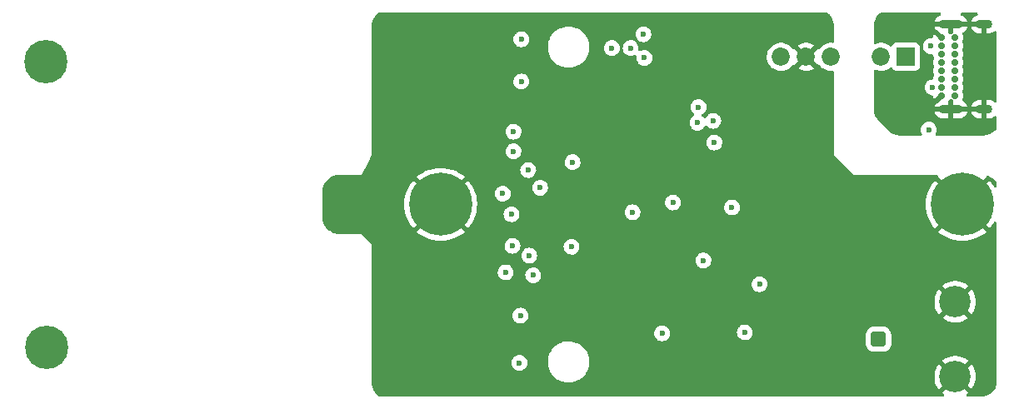
<source format=gbr>
%TF.GenerationSoftware,KiCad,Pcbnew,(6.0.0)*%
%TF.CreationDate,2024-01-04T18:13:25+01:00*%
%TF.ProjectId,Differential_Probe_v1r1,44696666-6572-4656-9e74-69616c5f5072,rev?*%
%TF.SameCoordinates,Original*%
%TF.FileFunction,Copper,L2,Inr*%
%TF.FilePolarity,Positive*%
%FSLAX46Y46*%
G04 Gerber Fmt 4.6, Leading zero omitted, Abs format (unit mm)*
G04 Created by KiCad (PCBNEW (6.0.0)) date 2024-01-04 18:13:25*
%MOMM*%
%LPD*%
G01*
G04 APERTURE LIST*
G04 Aperture macros list*
%AMRoundRect*
0 Rectangle with rounded corners*
0 $1 Rounding radius*
0 $2 $3 $4 $5 $6 $7 $8 $9 X,Y pos of 4 corners*
0 Add a 4 corners polygon primitive as box body*
4,1,4,$2,$3,$4,$5,$6,$7,$8,$9,$2,$3,0*
0 Add four circle primitives for the rounded corners*
1,1,$1+$1,$2,$3*
1,1,$1+$1,$4,$5*
1,1,$1+$1,$6,$7*
1,1,$1+$1,$8,$9*
0 Add four rect primitives between the rounded corners*
20,1,$1+$1,$2,$3,$4,$5,0*
20,1,$1+$1,$4,$5,$6,$7,0*
20,1,$1+$1,$6,$7,$8,$9,0*
20,1,$1+$1,$8,$9,$2,$3,0*%
G04 Aperture macros list end*
%TA.AperFunction,ComponentPad*%
%ADD10C,6.400000*%
%TD*%
%TA.AperFunction,ComponentPad*%
%ADD11C,0.800000*%
%TD*%
%TA.AperFunction,ComponentPad*%
%ADD12C,0.700000*%
%TD*%
%TA.AperFunction,ComponentPad*%
%ADD13C,4.400000*%
%TD*%
%TA.AperFunction,ComponentPad*%
%ADD14RoundRect,0.400000X-0.400000X0.400000X-0.400000X-0.400000X0.400000X-0.400000X0.400000X0.400000X0*%
%TD*%
%TA.AperFunction,ComponentPad*%
%ADD15C,3.200000*%
%TD*%
%TA.AperFunction,ComponentPad*%
%ADD16O,2.400000X0.900000*%
%TD*%
%TA.AperFunction,ComponentPad*%
%ADD17O,1.700000X0.900000*%
%TD*%
%TA.AperFunction,ComponentPad*%
%ADD18R,1.850000X1.850000*%
%TD*%
%TA.AperFunction,ComponentPad*%
%ADD19C,1.850000*%
%TD*%
%TA.AperFunction,ViaPad*%
%ADD20C,0.600000*%
%TD*%
G04 APERTURE END LIST*
D10*
%TO.N,GND*%
%TO.C,H4*%
X207000000Y-118000000D03*
D11*
X209400000Y-118000000D03*
X208697056Y-119697056D03*
X207000000Y-120400000D03*
X205302944Y-119697056D03*
X204600000Y-118000000D03*
X205302944Y-116302944D03*
X207000000Y-115600000D03*
X208697056Y-116302944D03*
%TD*%
D12*
%TO.N,Net-(C8-Pad1)*%
%TO.C,J1*%
X112733274Y-104666726D03*
X113900000Y-101850000D03*
X112250000Y-103500000D03*
X115066726Y-102333274D03*
X115550000Y-103500000D03*
X115066726Y-104666726D03*
D13*
X113900000Y-103500000D03*
D12*
X113900000Y-105150000D03*
X112733274Y-102333274D03*
%TD*%
D14*
%TO.N,Net-(J3-Pad1)*%
%TO.C,J3*%
X198482500Y-131690000D03*
D15*
%TO.N,GND*%
X206282500Y-127890000D03*
X206282500Y-135490000D03*
%TD*%
D16*
%TO.N,GND_USB*%
%TO.C,P1*%
X205855000Y-99675000D03*
X205855000Y-108325000D03*
D17*
X209235000Y-99675000D03*
X209235000Y-108325000D03*
D12*
X206225000Y-106975000D03*
%TO.N,+5V_USB*%
X206225000Y-106125000D03*
%TO.N,N/C*%
X206225000Y-105275000D03*
X206225000Y-104425000D03*
X206225000Y-103575000D03*
%TO.N,unconnected-(P1-PadB5)*%
X206225000Y-102725000D03*
%TO.N,+5V_USB*%
X206225000Y-101875000D03*
%TO.N,GND_USB*%
X206225000Y-101025000D03*
X204875000Y-101025000D03*
%TO.N,+5V_USB*%
X204875000Y-101875000D03*
%TO.N,N/C*%
X204875000Y-102725000D03*
%TO.N,unconnected-(P1-PadA7)*%
X204875000Y-103575000D03*
%TO.N,unconnected-(P1-PadA6)*%
X204875000Y-104425000D03*
%TO.N,unconnected-(P1-PadA5)*%
X204875000Y-105275000D03*
%TO.N,+5V_USB*%
X204875000Y-106125000D03*
%TO.N,GND_USB*%
X204875000Y-106975000D03*
%TD*%
D11*
%TO.N,GND*%
%TO.C,H3*%
X154000000Y-115600000D03*
X152302944Y-119697056D03*
D10*
X154000000Y-118000000D03*
D11*
X155697056Y-119697056D03*
X154000000Y-120400000D03*
X151600000Y-118000000D03*
X155697056Y-116302944D03*
X156400000Y-118000000D03*
X152302944Y-116302944D03*
%TD*%
D12*
%TO.N,Net-(C7-Pad1)*%
%TO.C,J2*%
X112350000Y-132500000D03*
X115166726Y-131333274D03*
X114000000Y-130850000D03*
X112833274Y-133666726D03*
D13*
X114000000Y-132500000D03*
D12*
X114000000Y-134150000D03*
X115650000Y-132500000D03*
X115166726Y-133666726D03*
X112833274Y-131333274D03*
%TD*%
D18*
%TO.N,Net-(C2-Pad1)*%
%TO.C,PS1*%
X201270000Y-102995000D03*
D19*
%TO.N,GND_USB*%
X198730000Y-102995000D03*
%TO.N,-9V*%
X193650000Y-102995000D03*
%TO.N,GND*%
X191110000Y-102995000D03*
%TO.N,+9V*%
X188570000Y-102995000D03*
%TD*%
D20*
%TO.N,+5V_USB*%
X204000000Y-106100000D03*
X203800000Y-101900000D03*
X203600000Y-110400000D03*
%TO.N,Net-(C32-Pad1)*%
X161200000Y-119000000D03*
X163400000Y-125200000D03*
%TO.N,Net-(C31-Pad1)*%
X164100000Y-116300000D03*
X160300000Y-116900000D03*
%TO.N,GND*%
X177300000Y-102100000D03*
%TO.N,+6V*%
X174600000Y-100700000D03*
X174700000Y-103100000D03*
X171400000Y-102100000D03*
X173300000Y-102100000D03*
%TO.N,GND*%
X175100000Y-106100000D03*
%TO.N,-6V*%
X181800000Y-111700000D03*
X180200000Y-108100000D03*
X180100000Y-109700000D03*
X181700000Y-109500000D03*
%TO.N,+6V*%
X167400000Y-113700000D03*
%TO.N,-6V*%
X162900000Y-114500000D03*
X177600000Y-117800000D03*
%TO.N,+6V*%
X161400000Y-112600000D03*
%TO.N,-6V*%
X161400000Y-110600000D03*
%TO.N,+6V*%
X160600000Y-124900000D03*
%TO.N,-6V*%
X163000000Y-123200000D03*
X161300000Y-122200000D03*
%TO.N,+6V*%
X167300000Y-122300000D03*
X173500000Y-118800000D03*
X180700000Y-123700000D03*
X183600000Y-118300000D03*
%TO.N,-6V*%
X186400000Y-126100000D03*
%TO.N,+6V*%
X176500000Y-131100000D03*
%TO.N,-6V*%
X184900000Y-131000000D03*
%TO.N,+6V*%
X162100000Y-129300000D03*
%TO.N,-6V*%
X162000000Y-134100000D03*
%TO.N,+6V*%
X162200000Y-105500000D03*
%TO.N,-6V*%
X162200000Y-101200000D03*
%TO.N,GND_USB*%
X199462500Y-107000000D03*
X199462500Y-108005000D03*
X207500000Y-110300000D03*
X199462500Y-106000000D03*
%TO.N,GND*%
X183600000Y-115100000D03*
X184500000Y-110600000D03*
X170700000Y-99300000D03*
X153800000Y-123000000D03*
X182950000Y-100850000D03*
X177100000Y-109100000D03*
X180700000Y-117700000D03*
X168300000Y-116300000D03*
X192900000Y-108005000D03*
X192900000Y-106105000D03*
X188500000Y-107500000D03*
X158700000Y-116900000D03*
X158700000Y-118200000D03*
X170300000Y-118900000D03*
X184100000Y-129200000D03*
X182700000Y-107300000D03*
X182850000Y-99350000D03*
X154100000Y-113100000D03*
X178600000Y-108100000D03*
X168100000Y-125000000D03*
X158400000Y-127100000D03*
X192900000Y-107005000D03*
X158000000Y-107900000D03*
X177400000Y-110600000D03*
X162000000Y-116900000D03*
X187200000Y-112600000D03*
X172800000Y-99400000D03*
X186500000Y-105700000D03*
X162320000Y-120290000D03*
X155800000Y-113100000D03*
X143200000Y-116400000D03*
X194700000Y-129200000D03*
X157100000Y-123000000D03*
X188800000Y-105700000D03*
X178900000Y-112600000D03*
X143200000Y-119200000D03*
X181900000Y-104300000D03*
X185600000Y-129200000D03*
X173300000Y-105900000D03*
X171400000Y-108500000D03*
X171100000Y-125000000D03*
%TD*%
%TA.AperFunction,Conductor*%
%TO.N,GND_USB*%
G36*
X204778351Y-98519962D02*
G01*
X204832889Y-98574500D01*
X204852851Y-98649000D01*
X204832889Y-98723500D01*
X204778351Y-98778038D01*
X204748408Y-98791182D01*
X204736028Y-98795062D01*
X204722224Y-98800978D01*
X204566628Y-98887226D01*
X204554294Y-98895798D01*
X204419220Y-99011571D01*
X204408862Y-99022448D01*
X204299826Y-99163017D01*
X204291867Y-99175754D01*
X204213322Y-99335379D01*
X204208088Y-99349449D01*
X204193353Y-99406019D01*
X204193465Y-99422033D01*
X204198687Y-99425000D01*
X207505674Y-99425000D01*
X207521145Y-99420855D01*
X207521783Y-99418474D01*
X207520745Y-99412646D01*
X207465862Y-99263478D01*
X207459282Y-99249988D01*
X207365538Y-99098793D01*
X207356369Y-99086886D01*
X207234136Y-98957629D01*
X207222771Y-98947818D01*
X207077038Y-98845776D01*
X207063929Y-98838450D01*
X206942136Y-98785745D01*
X206881691Y-98737837D01*
X206853298Y-98666125D01*
X206864566Y-98589825D01*
X206912474Y-98529380D01*
X206984186Y-98500987D01*
X207001311Y-98500000D01*
X208433851Y-98500000D01*
X208508351Y-98519962D01*
X208562889Y-98574500D01*
X208582851Y-98649000D01*
X208562889Y-98723500D01*
X208508351Y-98778038D01*
X208478408Y-98791182D01*
X208466028Y-98795062D01*
X208452224Y-98800978D01*
X208296628Y-98887226D01*
X208284294Y-98895798D01*
X208149220Y-99011571D01*
X208138862Y-99022448D01*
X208029826Y-99163017D01*
X208021867Y-99175754D01*
X207943322Y-99335379D01*
X207938088Y-99349449D01*
X207923353Y-99406019D01*
X207923465Y-99422033D01*
X207928687Y-99425000D01*
X209336000Y-99425000D01*
X209410500Y-99444962D01*
X209465038Y-99499500D01*
X209485000Y-99574000D01*
X209485000Y-100605384D01*
X209489145Y-100620855D01*
X209504616Y-100625000D01*
X209679458Y-100625000D01*
X209686982Y-100624619D01*
X209819500Y-100611158D01*
X209834210Y-100608138D01*
X210003972Y-100554938D01*
X210017776Y-100549022D01*
X210173372Y-100462774D01*
X210185711Y-100454198D01*
X210254035Y-100395638D01*
X210323591Y-100362312D01*
X210400492Y-100368229D01*
X210464131Y-100411804D01*
X210497457Y-100481360D01*
X210500000Y-100508769D01*
X210500000Y-107485777D01*
X210480038Y-107560277D01*
X210425500Y-107614815D01*
X210351000Y-107634777D01*
X210276500Y-107614815D01*
X210253639Y-107598568D01*
X210252771Y-107597819D01*
X210107038Y-107495776D01*
X210093929Y-107488450D01*
X209930662Y-107417798D01*
X209916343Y-107413255D01*
X209740423Y-107376504D01*
X209729430Y-107375076D01*
X209726531Y-107375000D01*
X209504616Y-107375000D01*
X209489145Y-107379145D01*
X209485000Y-107394616D01*
X209485000Y-109255384D01*
X209489145Y-109270855D01*
X209504616Y-109275000D01*
X209679458Y-109275000D01*
X209686982Y-109274619D01*
X209819500Y-109261158D01*
X209834210Y-109258138D01*
X210003972Y-109204938D01*
X210017776Y-109199022D01*
X210173372Y-109112774D01*
X210185711Y-109104198D01*
X210254035Y-109045638D01*
X210323591Y-109012312D01*
X210400492Y-109018229D01*
X210464131Y-109061804D01*
X210497457Y-109131360D01*
X210500000Y-109158769D01*
X210500000Y-110259502D01*
X210480038Y-110334002D01*
X210456359Y-110364861D01*
X210317255Y-110503965D01*
X210301188Y-110517887D01*
X210089812Y-110676121D01*
X210071928Y-110687614D01*
X209914067Y-110773813D01*
X209840184Y-110814157D01*
X209820852Y-110822985D01*
X209746019Y-110850897D01*
X209573447Y-110915263D01*
X209553055Y-110921251D01*
X209295030Y-110977381D01*
X209274004Y-110980403D01*
X209010072Y-110999280D01*
X209005313Y-110999620D01*
X208994684Y-111000000D01*
X204440373Y-111000000D01*
X204365873Y-110980038D01*
X204311335Y-110925500D01*
X204291373Y-110851000D01*
X204309510Y-110783310D01*
X204308066Y-110782568D01*
X204311874Y-110775160D01*
X204316483Y-110768222D01*
X204325298Y-110745018D01*
X204377298Y-110608125D01*
X204380257Y-110600336D01*
X204405251Y-110422493D01*
X204405565Y-110400000D01*
X204404304Y-110388753D01*
X204395237Y-110307923D01*
X204385546Y-110221528D01*
X204326485Y-110051927D01*
X204231316Y-109899625D01*
X204104770Y-109772193D01*
X204097740Y-109767732D01*
X204097738Y-109767730D01*
X203960169Y-109680426D01*
X203960167Y-109680425D01*
X203953136Y-109675963D01*
X203931948Y-109668418D01*
X203791800Y-109618514D01*
X203791801Y-109618514D01*
X203783951Y-109615719D01*
X203775680Y-109614733D01*
X203775677Y-109614732D01*
X203673368Y-109602533D01*
X203605624Y-109594455D01*
X203597346Y-109595325D01*
X203597344Y-109595325D01*
X203530547Y-109602346D01*
X203427017Y-109613227D01*
X203419139Y-109615909D01*
X203419134Y-109615910D01*
X203315754Y-109651104D01*
X203257007Y-109671103D01*
X203104045Y-109765206D01*
X203098096Y-109771032D01*
X203098093Y-109771034D01*
X202981682Y-109885032D01*
X202975732Y-109890859D01*
X202971221Y-109897858D01*
X202971219Y-109897861D01*
X202965530Y-109906689D01*
X202878446Y-110041817D01*
X202875596Y-110049646D01*
X202875596Y-110049647D01*
X202871903Y-110059795D01*
X202817022Y-110210578D01*
X202794514Y-110388753D01*
X202795326Y-110397035D01*
X202795326Y-110397039D01*
X202811226Y-110559199D01*
X202812039Y-110567486D01*
X202814667Y-110575385D01*
X202814667Y-110575387D01*
X202852000Y-110687614D01*
X202868726Y-110737896D01*
X202890480Y-110773816D01*
X202911997Y-110847879D01*
X202893600Y-110922781D01*
X202840217Y-110978449D01*
X202763030Y-111000000D01*
X200833305Y-111000000D01*
X200823560Y-110999681D01*
X200820353Y-110999471D01*
X200577114Y-110983528D01*
X200557804Y-110980986D01*
X200375091Y-110944642D01*
X200320372Y-110933758D01*
X200301547Y-110928714D01*
X200092430Y-110857729D01*
X200072303Y-110850897D01*
X200054302Y-110843440D01*
X199837180Y-110736367D01*
X199820314Y-110726630D01*
X199681400Y-110633811D01*
X199619025Y-110592133D01*
X199603562Y-110580268D01*
X199417880Y-110417429D01*
X199410764Y-110410764D01*
X198589236Y-109589236D01*
X198582571Y-109582120D01*
X198419732Y-109396438D01*
X198407867Y-109380975D01*
X198343491Y-109284630D01*
X198273370Y-109179686D01*
X198263633Y-109162820D01*
X198156560Y-108945698D01*
X198149103Y-108927696D01*
X198071286Y-108698453D01*
X198066242Y-108679628D01*
X198046728Y-108581526D01*
X204188217Y-108581526D01*
X204189255Y-108587354D01*
X204244138Y-108736522D01*
X204250718Y-108750012D01*
X204344462Y-108901207D01*
X204353631Y-108913114D01*
X204475864Y-109042371D01*
X204487229Y-109052182D01*
X204632962Y-109154224D01*
X204646071Y-109161550D01*
X204809338Y-109232202D01*
X204823657Y-109236745D01*
X204999577Y-109273496D01*
X205010570Y-109274924D01*
X205013468Y-109275000D01*
X205585384Y-109275000D01*
X205600855Y-109270855D01*
X205605000Y-109255384D01*
X206105000Y-109255384D01*
X206109145Y-109270855D01*
X206124616Y-109275000D01*
X206649458Y-109275000D01*
X206656982Y-109274619D01*
X206789500Y-109261158D01*
X206804210Y-109258138D01*
X206973972Y-109204938D01*
X206987776Y-109199022D01*
X207143372Y-109112774D01*
X207155706Y-109104202D01*
X207290780Y-108988429D01*
X207301138Y-108977552D01*
X207410174Y-108836983D01*
X207418133Y-108824246D01*
X207496678Y-108664621D01*
X207501912Y-108650551D01*
X207516647Y-108593981D01*
X207516560Y-108581526D01*
X207918217Y-108581526D01*
X207919255Y-108587354D01*
X207974138Y-108736522D01*
X207980718Y-108750012D01*
X208074462Y-108901207D01*
X208083631Y-108913114D01*
X208205864Y-109042371D01*
X208217229Y-109052182D01*
X208362962Y-109154224D01*
X208376071Y-109161550D01*
X208539338Y-109232202D01*
X208553657Y-109236745D01*
X208729577Y-109273496D01*
X208740570Y-109274924D01*
X208743468Y-109275000D01*
X208965384Y-109275000D01*
X208980855Y-109270855D01*
X208985000Y-109255384D01*
X208985000Y-108594616D01*
X208980855Y-108579145D01*
X208965384Y-108575000D01*
X207934326Y-108575000D01*
X207918855Y-108579145D01*
X207918217Y-108581526D01*
X207516560Y-108581526D01*
X207516535Y-108577967D01*
X207511313Y-108575000D01*
X206124616Y-108575000D01*
X206109145Y-108579145D01*
X206105000Y-108594616D01*
X206105000Y-109255384D01*
X205605000Y-109255384D01*
X205605000Y-108594616D01*
X205600855Y-108579145D01*
X205585384Y-108575000D01*
X204204326Y-108575000D01*
X204188855Y-108579145D01*
X204188217Y-108581526D01*
X198046728Y-108581526D01*
X198019014Y-108442196D01*
X198016471Y-108422881D01*
X198000319Y-108176440D01*
X198000000Y-108166695D01*
X198000000Y-104458075D01*
X198019962Y-104383575D01*
X198074500Y-104329037D01*
X198149000Y-104309075D01*
X198202154Y-104318878D01*
X198325371Y-104365930D01*
X198337067Y-104369328D01*
X198554704Y-104413606D01*
X198566807Y-104415049D01*
X198788747Y-104423188D01*
X198800938Y-104422634D01*
X199021219Y-104394416D01*
X199033152Y-104391879D01*
X199245870Y-104328060D01*
X199257224Y-104323611D01*
X199456673Y-104225902D01*
X199467139Y-104219663D01*
X199647951Y-104090691D01*
X199658464Y-104081807D01*
X199728250Y-104048966D01*
X199805108Y-104055419D01*
X199868443Y-104099436D01*
X199894157Y-104143307D01*
X199897565Y-104152396D01*
X199901474Y-104162824D01*
X199907840Y-104171318D01*
X199964709Y-104247197D01*
X199987454Y-104277546D01*
X200102176Y-104363526D01*
X200112114Y-104367252D01*
X200112115Y-104367252D01*
X200177273Y-104391678D01*
X200236420Y-104413851D01*
X200245705Y-104414860D01*
X200245706Y-104414860D01*
X200264925Y-104416948D01*
X200297623Y-104420500D01*
X200301662Y-104420500D01*
X201271446Y-104420499D01*
X202242376Y-104420499D01*
X202272416Y-104417236D01*
X202294294Y-104414860D01*
X202294297Y-104414859D01*
X202303580Y-104413851D01*
X202437824Y-104363526D01*
X202552546Y-104277546D01*
X202575292Y-104247197D01*
X202632160Y-104171318D01*
X202638526Y-104162824D01*
X202645843Y-104143307D01*
X202675848Y-104063267D01*
X202688851Y-104028580D01*
X202695500Y-103967377D01*
X202695499Y-102022624D01*
X202688851Y-101961420D01*
X202661610Y-101888753D01*
X202994514Y-101888753D01*
X202995326Y-101897035D01*
X202995326Y-101897039D01*
X203007640Y-102022623D01*
X203012039Y-102067486D01*
X203068726Y-102237896D01*
X203161759Y-102391512D01*
X203286514Y-102520699D01*
X203293483Y-102525259D01*
X203293485Y-102525261D01*
X203327007Y-102547197D01*
X203436789Y-102619036D01*
X203605116Y-102681636D01*
X203613371Y-102682737D01*
X203613373Y-102682738D01*
X203774875Y-102704287D01*
X203774879Y-102704287D01*
X203783130Y-102705388D01*
X203869203Y-102697555D01*
X203945205Y-102710683D01*
X204004461Y-102760054D01*
X204030890Y-102830367D01*
X204038503Y-102902803D01*
X204093750Y-103072835D01*
X204097654Y-103079597D01*
X204100831Y-103086733D01*
X204098566Y-103087741D01*
X204115251Y-103149985D01*
X204098565Y-103212258D01*
X204100831Y-103213267D01*
X204097654Y-103220403D01*
X204093750Y-103227165D01*
X204038503Y-103397197D01*
X204019815Y-103575000D01*
X204038503Y-103752803D01*
X204093750Y-103922835D01*
X204097654Y-103929597D01*
X204100831Y-103936733D01*
X204098566Y-103937741D01*
X204115251Y-103999985D01*
X204098565Y-104062258D01*
X204100831Y-104063267D01*
X204097654Y-104070403D01*
X204093750Y-104077165D01*
X204038503Y-104247197D01*
X204037687Y-104254957D01*
X204037687Y-104254959D01*
X204021331Y-104410572D01*
X204019815Y-104425000D01*
X204038503Y-104602803D01*
X204093750Y-104772835D01*
X204097654Y-104779597D01*
X204100831Y-104786733D01*
X204098566Y-104787741D01*
X204115251Y-104849985D01*
X204098565Y-104912258D01*
X204100831Y-104913267D01*
X204097654Y-104920403D01*
X204093750Y-104927165D01*
X204038503Y-105097197D01*
X204037687Y-105104957D01*
X204037687Y-105104959D01*
X204030518Y-105173167D01*
X204002877Y-105245172D01*
X203942937Y-105293710D01*
X203897909Y-105305776D01*
X203885119Y-105307120D01*
X203827017Y-105313227D01*
X203819139Y-105315909D01*
X203819134Y-105315910D01*
X203715754Y-105351104D01*
X203657007Y-105371103D01*
X203649909Y-105375470D01*
X203512137Y-105460228D01*
X203504045Y-105465206D01*
X203498096Y-105471032D01*
X203498093Y-105471034D01*
X203381682Y-105585032D01*
X203375732Y-105590859D01*
X203371221Y-105597858D01*
X203371219Y-105597861D01*
X203346168Y-105636733D01*
X203278446Y-105741817D01*
X203217022Y-105910578D01*
X203194514Y-106088753D01*
X203195326Y-106097035D01*
X203195326Y-106097039D01*
X203198068Y-106125000D01*
X203212039Y-106267486D01*
X203268726Y-106437896D01*
X203361759Y-106591512D01*
X203367547Y-106597505D01*
X203367548Y-106597507D01*
X203396672Y-106627665D01*
X203486514Y-106720699D01*
X203636789Y-106819036D01*
X203805116Y-106881636D01*
X203813371Y-106882737D01*
X203813373Y-106882738D01*
X203861146Y-106889112D01*
X203897204Y-106893923D01*
X203968409Y-106923563D01*
X204015255Y-106984834D01*
X204025682Y-107026039D01*
X204038179Y-107144933D01*
X204041409Y-107160127D01*
X204091795Y-107315199D01*
X204098115Y-107329395D01*
X204113538Y-107356109D01*
X204124865Y-107367436D01*
X204130527Y-107365919D01*
X204510136Y-106986311D01*
X204576931Y-106947747D01*
X204646474Y-106945926D01*
X204785609Y-106975500D01*
X204868335Y-106975500D01*
X204942835Y-106995462D01*
X204997373Y-107050000D01*
X205017335Y-107124500D01*
X204997373Y-107199000D01*
X204973694Y-107229859D01*
X204514349Y-107689205D01*
X204447554Y-107727769D01*
X204405899Y-107727769D01*
X204405899Y-107731062D01*
X204368696Y-107731062D01*
X204359099Y-107736603D01*
X204299826Y-107813017D01*
X204291867Y-107825754D01*
X204213322Y-107985379D01*
X204208088Y-107999449D01*
X204193353Y-108056019D01*
X204193465Y-108072033D01*
X204198687Y-108075000D01*
X205585384Y-108075000D01*
X205600855Y-108070855D01*
X205605000Y-108055384D01*
X205605000Y-107484000D01*
X205624962Y-107409500D01*
X205679500Y-107354962D01*
X205754000Y-107335000D01*
X205956000Y-107335000D01*
X206030500Y-107354962D01*
X206085038Y-107409500D01*
X206105000Y-107484000D01*
X206105000Y-108055384D01*
X206109145Y-108070855D01*
X206124616Y-108075000D01*
X207505674Y-108075000D01*
X207521145Y-108070855D01*
X207521783Y-108068474D01*
X207520745Y-108062646D01*
X207518307Y-108056019D01*
X207923353Y-108056019D01*
X207923465Y-108072033D01*
X207928687Y-108075000D01*
X208965384Y-108075000D01*
X208980855Y-108070855D01*
X208985000Y-108055384D01*
X208985000Y-107394616D01*
X208980855Y-107379145D01*
X208965384Y-107375000D01*
X208790542Y-107375000D01*
X208783018Y-107375381D01*
X208650500Y-107388842D01*
X208635790Y-107391862D01*
X208466028Y-107445062D01*
X208452224Y-107450978D01*
X208296628Y-107537226D01*
X208284294Y-107545798D01*
X208149220Y-107661571D01*
X208138862Y-107672448D01*
X208029826Y-107813017D01*
X208021867Y-107825754D01*
X207943322Y-107985379D01*
X207938088Y-107999449D01*
X207923353Y-108056019D01*
X207518307Y-108056019D01*
X207465862Y-107913478D01*
X207459282Y-107899988D01*
X207365538Y-107748793D01*
X207356369Y-107736886D01*
X207234136Y-107607629D01*
X207222771Y-107597818D01*
X207077038Y-107495776D01*
X207075975Y-107495182D01*
X207075422Y-107494645D01*
X207070857Y-107491448D01*
X207071374Y-107490709D01*
X207020676Y-107441416D01*
X206999670Y-107367204D01*
X207006948Y-107319067D01*
X207058592Y-107160124D01*
X207061821Y-107144934D01*
X207078866Y-106982764D01*
X207078866Y-106967236D01*
X207061821Y-106805066D01*
X207058591Y-106789873D01*
X207008205Y-106634801D01*
X206998709Y-106613470D01*
X207001052Y-106612427D01*
X206984461Y-106550485D01*
X207001291Y-106487678D01*
X206999169Y-106486733D01*
X207002346Y-106479597D01*
X207006250Y-106472835D01*
X207061497Y-106302803D01*
X207080185Y-106125000D01*
X207061497Y-105947197D01*
X207006250Y-105777165D01*
X207002346Y-105770403D01*
X206999169Y-105763267D01*
X207001434Y-105762259D01*
X206984749Y-105700015D01*
X207001435Y-105637742D01*
X206999169Y-105636733D01*
X207002346Y-105629597D01*
X207006250Y-105622835D01*
X207061497Y-105452803D01*
X207078219Y-105293710D01*
X207079369Y-105282764D01*
X207080185Y-105275000D01*
X207061497Y-105097197D01*
X207006250Y-104927165D01*
X207002346Y-104920403D01*
X206999169Y-104913267D01*
X207001434Y-104912259D01*
X206984749Y-104850015D01*
X207001435Y-104787742D01*
X206999169Y-104786733D01*
X207002346Y-104779597D01*
X207006250Y-104772835D01*
X207061497Y-104602803D01*
X207080185Y-104425000D01*
X207078669Y-104410572D01*
X207062313Y-104254959D01*
X207062313Y-104254957D01*
X207061497Y-104247197D01*
X207006250Y-104077165D01*
X207002346Y-104070403D01*
X206999169Y-104063267D01*
X207001434Y-104062259D01*
X206984749Y-104000015D01*
X207001435Y-103937742D01*
X206999169Y-103936733D01*
X207002346Y-103929597D01*
X207006250Y-103922835D01*
X207061497Y-103752803D01*
X207080185Y-103575000D01*
X207061497Y-103397197D01*
X207006250Y-103227165D01*
X207002346Y-103220403D01*
X206999169Y-103213267D01*
X207001434Y-103212259D01*
X206984749Y-103150015D01*
X207001435Y-103087742D01*
X206999169Y-103086733D01*
X207002346Y-103079597D01*
X207006250Y-103072835D01*
X207061497Y-102902803D01*
X207080185Y-102725000D01*
X207061497Y-102547197D01*
X207006250Y-102377165D01*
X207002346Y-102370403D01*
X206999169Y-102363267D01*
X207001434Y-102362259D01*
X206984749Y-102300015D01*
X207001435Y-102237742D01*
X206999169Y-102236733D01*
X207002346Y-102229597D01*
X207006250Y-102222835D01*
X207061497Y-102052803D01*
X207065090Y-102018623D01*
X207079369Y-101882764D01*
X207080185Y-101875000D01*
X207076203Y-101837115D01*
X207062313Y-101704959D01*
X207062313Y-101704957D01*
X207061497Y-101697197D01*
X207006250Y-101527165D01*
X207002346Y-101520403D01*
X206999169Y-101513267D01*
X207001292Y-101512322D01*
X206984461Y-101449489D01*
X207001051Y-101387573D01*
X206998709Y-101386530D01*
X207008205Y-101365199D01*
X207058591Y-101210127D01*
X207061821Y-101194934D01*
X207078866Y-101032764D01*
X207078866Y-101017236D01*
X207061821Y-100855066D01*
X207058591Y-100839873D01*
X207005791Y-100677370D01*
X207008788Y-100676396D01*
X206999157Y-100615235D01*
X207026862Y-100543254D01*
X207075091Y-100500623D01*
X207143372Y-100462774D01*
X207155706Y-100454202D01*
X207290780Y-100338429D01*
X207301138Y-100327552D01*
X207410174Y-100186983D01*
X207418133Y-100174246D01*
X207496678Y-100014621D01*
X207501912Y-100000551D01*
X207516647Y-99943981D01*
X207516560Y-99931526D01*
X207918217Y-99931526D01*
X207919255Y-99937354D01*
X207974138Y-100086522D01*
X207980718Y-100100012D01*
X208074462Y-100251207D01*
X208083631Y-100263114D01*
X208205864Y-100392371D01*
X208217229Y-100402182D01*
X208362962Y-100504224D01*
X208376071Y-100511550D01*
X208539338Y-100582202D01*
X208553657Y-100586745D01*
X208729577Y-100623496D01*
X208740570Y-100624924D01*
X208743468Y-100625000D01*
X208965384Y-100625000D01*
X208980855Y-100620855D01*
X208985000Y-100605384D01*
X208985000Y-99944616D01*
X208980855Y-99929145D01*
X208965384Y-99925000D01*
X207934326Y-99925000D01*
X207918855Y-99929145D01*
X207918217Y-99931526D01*
X207516560Y-99931526D01*
X207516535Y-99927967D01*
X207511313Y-99925000D01*
X206124616Y-99925000D01*
X206109145Y-99929145D01*
X206105000Y-99944616D01*
X206105000Y-100516000D01*
X206085038Y-100590500D01*
X206030500Y-100645038D01*
X205956000Y-100665000D01*
X205754000Y-100665000D01*
X205679500Y-100645038D01*
X205624962Y-100590500D01*
X205605000Y-100516000D01*
X205605000Y-99944616D01*
X205600855Y-99929145D01*
X205585384Y-99925000D01*
X204204326Y-99925000D01*
X204188855Y-99929145D01*
X204188217Y-99931526D01*
X204189255Y-99937354D01*
X204244138Y-100086522D01*
X204250718Y-100100012D01*
X204344467Y-100251214D01*
X204352646Y-100261835D01*
X204367092Y-100270723D01*
X204392881Y-100271443D01*
X204410808Y-100266907D01*
X204485022Y-100287907D01*
X204514087Y-100310533D01*
X204973694Y-100770141D01*
X205012258Y-100836936D01*
X205012258Y-100914064D01*
X204973694Y-100980859D01*
X204906899Y-101019423D01*
X204868335Y-101024500D01*
X204785609Y-101024500D01*
X204646474Y-101054074D01*
X204569451Y-101050037D01*
X204510136Y-101013689D01*
X204137218Y-100640772D01*
X204123347Y-100632764D01*
X204118270Y-100635695D01*
X204098115Y-100670605D01*
X204091795Y-100684801D01*
X204041409Y-100839873D01*
X204038179Y-100855066D01*
X204026245Y-100968612D01*
X203998605Y-101040617D01*
X203938665Y-101089155D01*
X203860420Y-101100989D01*
X203805624Y-101094455D01*
X203797346Y-101095325D01*
X203797344Y-101095325D01*
X203743456Y-101100989D01*
X203627017Y-101113227D01*
X203619139Y-101115909D01*
X203619134Y-101115910D01*
X203515754Y-101151104D01*
X203457007Y-101171103D01*
X203380526Y-101218154D01*
X203345872Y-101239474D01*
X203304045Y-101265206D01*
X203298096Y-101271032D01*
X203298093Y-101271034D01*
X203201935Y-101365199D01*
X203175732Y-101390859D01*
X203171221Y-101397858D01*
X203171219Y-101397861D01*
X203137947Y-101449489D01*
X203078446Y-101541817D01*
X203075596Y-101549646D01*
X203075596Y-101549647D01*
X203030090Y-101674675D01*
X203017022Y-101710578D01*
X202994514Y-101888753D01*
X202661610Y-101888753D01*
X202638526Y-101827176D01*
X202552546Y-101712454D01*
X202437824Y-101626474D01*
X202303580Y-101576149D01*
X202294295Y-101575140D01*
X202294294Y-101575140D01*
X202275075Y-101573052D01*
X202242377Y-101569500D01*
X202238338Y-101569500D01*
X201268554Y-101569501D01*
X200297624Y-101569501D01*
X200269692Y-101572535D01*
X200245706Y-101575140D01*
X200245703Y-101575141D01*
X200236420Y-101576149D01*
X200102176Y-101626474D01*
X199987454Y-101712454D01*
X199901474Y-101827176D01*
X199897748Y-101837116D01*
X199892983Y-101849825D01*
X199848138Y-101912576D01*
X199777926Y-101944498D01*
X199701160Y-101937038D01*
X199661118Y-101914452D01*
X199526085Y-101807809D01*
X199515930Y-101801062D01*
X199321498Y-101693731D01*
X199310378Y-101688733D01*
X199101018Y-101614595D01*
X199089241Y-101611483D01*
X198870586Y-101572535D01*
X198858448Y-101571387D01*
X198636366Y-101568674D01*
X198624218Y-101569523D01*
X198404664Y-101603119D01*
X198392821Y-101605941D01*
X198195291Y-101670504D01*
X198118276Y-101674675D01*
X198049493Y-101639780D01*
X198007373Y-101575168D01*
X198000000Y-101528877D01*
X198000000Y-100005316D01*
X198000380Y-99994687D01*
X198003961Y-99944616D01*
X198019597Y-99725996D01*
X198022619Y-99704970D01*
X198078749Y-99446945D01*
X198084737Y-99426553D01*
X198177013Y-99179151D01*
X198185845Y-99159813D01*
X198312386Y-98928072D01*
X198323879Y-98910188D01*
X198482113Y-98698812D01*
X198496035Y-98682745D01*
X198635139Y-98543641D01*
X198701934Y-98505077D01*
X198740498Y-98500000D01*
X204703851Y-98500000D01*
X204778351Y-98519962D01*
G37*
%TD.AperFunction*%
%TD*%
%TA.AperFunction,Conductor*%
%TO.N,GND*%
G36*
X193334002Y-98519962D02*
G01*
X193364861Y-98543641D01*
X193503965Y-98682745D01*
X193517887Y-98698812D01*
X193676121Y-98910188D01*
X193687614Y-98928072D01*
X193814155Y-99159813D01*
X193822987Y-99179151D01*
X193915263Y-99426553D01*
X193921251Y-99446945D01*
X193977381Y-99704970D01*
X193980403Y-99725996D01*
X193993732Y-99912357D01*
X193999620Y-99994687D01*
X194000000Y-100005316D01*
X194000000Y-101431443D01*
X193980038Y-101505943D01*
X193925500Y-101560481D01*
X193851000Y-101580443D01*
X193824872Y-101578134D01*
X193790638Y-101572036D01*
X193790631Y-101572035D01*
X193784611Y-101570963D01*
X193778496Y-101570888D01*
X193778493Y-101570888D01*
X193685921Y-101569757D01*
X193550221Y-101568099D01*
X193544182Y-101569023D01*
X193544183Y-101569023D01*
X193324548Y-101602632D01*
X193324546Y-101602633D01*
X193318511Y-101603556D01*
X193095704Y-101676381D01*
X192887782Y-101784618D01*
X192882897Y-101788286D01*
X192882895Y-101788287D01*
X192812971Y-101840788D01*
X192700330Y-101925361D01*
X192696106Y-101929781D01*
X192696105Y-101929782D01*
X192681470Y-101945097D01*
X192538382Y-102094830D01*
X192534937Y-102099880D01*
X192534933Y-102099885D01*
X192497445Y-102154841D01*
X192438972Y-102205136D01*
X192363185Y-102219456D01*
X192290391Y-102193963D01*
X192278623Y-102184702D01*
X192271574Y-102186979D01*
X191477424Y-102981129D01*
X191469416Y-102995000D01*
X191477424Y-103008871D01*
X192265060Y-103796507D01*
X192278931Y-103804515D01*
X192297844Y-103793596D01*
X192372344Y-103773634D01*
X192446844Y-103793596D01*
X192492565Y-103834619D01*
X192495736Y-103839793D01*
X192499742Y-103844418D01*
X192499743Y-103844419D01*
X192606252Y-103967376D01*
X192649212Y-104016971D01*
X192829565Y-104166703D01*
X192834835Y-104169782D01*
X192834837Y-104169784D01*
X193026671Y-104281883D01*
X193026675Y-104281885D01*
X193031951Y-104284968D01*
X193250935Y-104368590D01*
X193480637Y-104415323D01*
X193500665Y-104416057D01*
X193708771Y-104423689D01*
X193708774Y-104423689D01*
X193714887Y-104423913D01*
X193720959Y-104423135D01*
X193720962Y-104423135D01*
X193832068Y-104408902D01*
X193908500Y-104419236D01*
X193969526Y-104466402D01*
X193998792Y-104537762D01*
X194000000Y-104556694D01*
X194000000Y-113000000D01*
X196000000Y-115000000D01*
X204431868Y-115000000D01*
X204506368Y-115019962D01*
X204560906Y-115074500D01*
X204580868Y-115149000D01*
X204573323Y-115177159D01*
X204569842Y-115210277D01*
X204574667Y-115221114D01*
X206986129Y-117632576D01*
X207000000Y-117640584D01*
X207013871Y-117632576D01*
X209421479Y-115224968D01*
X209448373Y-115178386D01*
X209450235Y-115171437D01*
X209504773Y-115116899D01*
X209579273Y-115096937D01*
X209631342Y-115106331D01*
X209820852Y-115177015D01*
X209840184Y-115185843D01*
X209886432Y-115211097D01*
X210071928Y-115312386D01*
X210089812Y-115323879D01*
X210301188Y-115482113D01*
X210317255Y-115496035D01*
X210456359Y-115635139D01*
X210494923Y-115701934D01*
X210500000Y-115740498D01*
X210500000Y-116098556D01*
X210480038Y-116173056D01*
X210425500Y-116227594D01*
X210351000Y-116247556D01*
X210276500Y-116227594D01*
X210218240Y-116166201D01*
X210210461Y-116150934D01*
X210206566Y-116144187D01*
X209999598Y-115825485D01*
X209995016Y-115819178D01*
X209801247Y-115579893D01*
X209788290Y-115570480D01*
X209778886Y-115574667D01*
X207367424Y-117986129D01*
X207359416Y-118000000D01*
X207367424Y-118013871D01*
X209775032Y-120421479D01*
X209788903Y-120429487D01*
X209797819Y-120424340D01*
X209995016Y-120180822D01*
X209999598Y-120174515D01*
X210206566Y-119855813D01*
X210210461Y-119849066D01*
X210218240Y-119833799D01*
X210269849Y-119776482D01*
X210343202Y-119752648D01*
X210418645Y-119768684D01*
X210475962Y-119820293D01*
X210500000Y-119901444D01*
X210500000Y-135949519D01*
X210498226Y-135972441D01*
X210494896Y-135993829D01*
X210496273Y-136004356D01*
X210496528Y-136006308D01*
X210497407Y-136036261D01*
X210493830Y-136086273D01*
X210485492Y-136202842D01*
X210482467Y-136223883D01*
X210441504Y-136412190D01*
X210435514Y-136432588D01*
X210368173Y-136613136D01*
X210359342Y-136632474D01*
X210266988Y-136801609D01*
X210255494Y-136819494D01*
X210140012Y-136973759D01*
X210126091Y-136989825D01*
X209989825Y-137126091D01*
X209973759Y-137140012D01*
X209819494Y-137255494D01*
X209801609Y-137266988D01*
X209632474Y-137359342D01*
X209613136Y-137368173D01*
X209432588Y-137435514D01*
X209412190Y-137441504D01*
X209223883Y-137482467D01*
X209202841Y-137485492D01*
X209043548Y-137496885D01*
X209027279Y-137496210D01*
X209027274Y-137496659D01*
X209016662Y-137496530D01*
X209006171Y-137494896D01*
X208976759Y-137498742D01*
X208957440Y-137500000D01*
X207553423Y-137500000D01*
X207478923Y-137480038D01*
X207424385Y-137425500D01*
X207404423Y-137351000D01*
X207424385Y-137276500D01*
X207466136Y-137231570D01*
X207465633Y-137230928D01*
X207564674Y-137153270D01*
X207574292Y-137140461D01*
X207570486Y-137131539D01*
X206296371Y-135857424D01*
X206282500Y-135849416D01*
X206268629Y-135857424D01*
X204998075Y-137127978D01*
X204990067Y-137141849D01*
X204995538Y-137151326D01*
X205041368Y-137189646D01*
X205049571Y-137195606D01*
X205096077Y-137224779D01*
X205148580Y-137281278D01*
X205165799Y-137356460D01*
X205143120Y-137430178D01*
X205086621Y-137482681D01*
X205016899Y-137500000D01*
X147740498Y-137500000D01*
X147665998Y-137480038D01*
X147635139Y-137456359D01*
X147496035Y-137317255D01*
X147482113Y-137301188D01*
X147323879Y-137089812D01*
X147312386Y-137071928D01*
X147185845Y-136840187D01*
X147177013Y-136820849D01*
X147162726Y-136782542D01*
X147084737Y-136573446D01*
X147078748Y-136553050D01*
X147052543Y-136432588D01*
X147022619Y-136295030D01*
X147019597Y-136274004D01*
X147000380Y-136005313D01*
X147000000Y-135994684D01*
X147000000Y-134088753D01*
X161194514Y-134088753D01*
X161195326Y-134097035D01*
X161195326Y-134097039D01*
X161205899Y-134204870D01*
X161212039Y-134267486D01*
X161214667Y-134275385D01*
X161214667Y-134275387D01*
X161254608Y-134395455D01*
X161268726Y-134437896D01*
X161361759Y-134591512D01*
X161486514Y-134720699D01*
X161636789Y-134819036D01*
X161644599Y-134821941D01*
X161644600Y-134821941D01*
X161697028Y-134841439D01*
X161805116Y-134881636D01*
X161813371Y-134882737D01*
X161813373Y-134882738D01*
X161974875Y-134904287D01*
X161974879Y-134904287D01*
X161983130Y-134905388D01*
X162072555Y-134897250D01*
X162153688Y-134889867D01*
X162153691Y-134889866D01*
X162161981Y-134889112D01*
X162193927Y-134878732D01*
X162324855Y-134836191D01*
X162324858Y-134836190D01*
X162332782Y-134833615D01*
X162487044Y-134741657D01*
X162617099Y-134617807D01*
X162716483Y-134468222D01*
X162726207Y-134442625D01*
X162777298Y-134308125D01*
X162780257Y-134300336D01*
X162800091Y-134159212D01*
X162803887Y-134132200D01*
X164898747Y-134132200D01*
X164936129Y-134416149D01*
X165011702Y-134692398D01*
X165025719Y-134725261D01*
X165091181Y-134878732D01*
X165124068Y-134955835D01*
X165271146Y-135201585D01*
X165450215Y-135425100D01*
X165657962Y-135622245D01*
X165662070Y-135625197D01*
X165662075Y-135625201D01*
X165816225Y-135735968D01*
X165890543Y-135789371D01*
X165895021Y-135791742D01*
X166019073Y-135857424D01*
X166143653Y-135923386D01*
X166148415Y-135925129D01*
X166148418Y-135925130D01*
X166407843Y-136020066D01*
X166407849Y-136020068D01*
X166412610Y-136021810D01*
X166417560Y-136022889D01*
X166417566Y-136022891D01*
X166687491Y-136081744D01*
X166687494Y-136081744D01*
X166692436Y-136082822D01*
X166718826Y-136084899D01*
X166914150Y-136100272D01*
X166914162Y-136100272D01*
X166917053Y-136100500D01*
X167071992Y-136100500D01*
X167179901Y-136093143D01*
X167280678Y-136086273D01*
X167280680Y-136086273D01*
X167285737Y-136085928D01*
X167566186Y-136027850D01*
X167836158Y-135932248D01*
X167981127Y-135857424D01*
X168086152Y-135803217D01*
X168086155Y-135803215D01*
X168090658Y-135800891D01*
X168094805Y-135797976D01*
X168094809Y-135797974D01*
X168320829Y-135639124D01*
X168320833Y-135639121D01*
X168324976Y-135636209D01*
X168500585Y-135473023D01*
X204178000Y-135473023D01*
X204193899Y-135748759D01*
X204195166Y-135758782D01*
X204248340Y-136029814D01*
X204250959Y-136039588D01*
X204340422Y-136300887D01*
X204344345Y-136310220D01*
X204468438Y-136556951D01*
X204473588Y-136565661D01*
X204617141Y-136774531D01*
X204629320Y-136784932D01*
X204636589Y-136782358D01*
X205915076Y-135503871D01*
X205923084Y-135490000D01*
X206641916Y-135490000D01*
X206649924Y-135503871D01*
X207920587Y-136774534D01*
X207934458Y-136782542D01*
X207941936Y-136778225D01*
X208056729Y-136621953D01*
X208062152Y-136613410D01*
X208193937Y-136370690D01*
X208198150Y-136361487D01*
X208295777Y-136103127D01*
X208298701Y-136093441D01*
X208360359Y-135824228D01*
X208361943Y-135814227D01*
X208386686Y-135536985D01*
X208386976Y-135531172D01*
X208387376Y-135492918D01*
X208387208Y-135487087D01*
X208368277Y-135209390D01*
X208366903Y-135199364D01*
X208310900Y-134928930D01*
X208308169Y-134919152D01*
X208215985Y-134658834D01*
X208211958Y-134649527D01*
X208085286Y-134404104D01*
X208080048Y-134395455D01*
X207947096Y-134206283D01*
X207934810Y-134196010D01*
X207927292Y-134198761D01*
X206649924Y-135476129D01*
X206641916Y-135490000D01*
X205923084Y-135490000D01*
X205915076Y-135476129D01*
X204643817Y-134204870D01*
X204629946Y-134196862D01*
X204622746Y-134201018D01*
X204496520Y-134376680D01*
X204491178Y-134385296D01*
X204361945Y-134629375D01*
X204357828Y-134638622D01*
X204262913Y-134897990D01*
X204260091Y-134907701D01*
X204201253Y-135177560D01*
X204199777Y-135187557D01*
X204178106Y-135462902D01*
X204178000Y-135473023D01*
X168500585Y-135473023D01*
X168534776Y-135441251D01*
X168716177Y-135219623D01*
X168724809Y-135205538D01*
X168863175Y-134979743D01*
X168865820Y-134975427D01*
X168874421Y-134955835D01*
X168970962Y-134735907D01*
X168980938Y-134713182D01*
X169059400Y-134437739D01*
X169099754Y-134154196D01*
X169099870Y-134132200D01*
X169101226Y-133872876D01*
X169101253Y-133867800D01*
X169097516Y-133839414D01*
X204990650Y-133839414D01*
X204994705Y-133848652D01*
X206268629Y-135122576D01*
X206282500Y-135130584D01*
X206296371Y-135122576D01*
X207566534Y-133852413D01*
X207574542Y-133838542D01*
X207569290Y-133829445D01*
X207505760Y-133777446D01*
X207497502Y-133771578D01*
X207262026Y-133627278D01*
X207253051Y-133622585D01*
X207000161Y-133511574D01*
X206990622Y-133508140D01*
X206725021Y-133432482D01*
X206715111Y-133430375D01*
X206441676Y-133391460D01*
X206431591Y-133390719D01*
X206155408Y-133389274D01*
X206145297Y-133389910D01*
X205871486Y-133425957D01*
X205861552Y-133427960D01*
X205595152Y-133500839D01*
X205585611Y-133504162D01*
X205331549Y-133612528D01*
X205322548Y-133617114D01*
X205085543Y-133758958D01*
X205077248Y-133764724D01*
X205000133Y-133826504D01*
X204990650Y-133839414D01*
X169097516Y-133839414D01*
X169063871Y-133583851D01*
X168988298Y-133307602D01*
X168875932Y-133044165D01*
X168728854Y-132798415D01*
X168549785Y-132574900D01*
X168342038Y-132377755D01*
X168337930Y-132374803D01*
X168337925Y-132374799D01*
X168183775Y-132264032D01*
X168109457Y-132210629D01*
X168087700Y-132199109D01*
X167860829Y-132078987D01*
X167860828Y-132078986D01*
X167856347Y-132076614D01*
X167851585Y-132074871D01*
X167851582Y-132074870D01*
X167592157Y-131979934D01*
X167592151Y-131979932D01*
X167587390Y-131978190D01*
X167582440Y-131977111D01*
X167582434Y-131977109D01*
X167312509Y-131918256D01*
X167312506Y-131918256D01*
X167307564Y-131917178D01*
X167263716Y-131913727D01*
X167085850Y-131899728D01*
X167085838Y-131899728D01*
X167082947Y-131899500D01*
X166928008Y-131899500D01*
X166841642Y-131905388D01*
X166719322Y-131913727D01*
X166719320Y-131913727D01*
X166714263Y-131914072D01*
X166433814Y-131972150D01*
X166163842Y-132067752D01*
X166142075Y-132078987D01*
X165913848Y-132196783D01*
X165913845Y-132196785D01*
X165909342Y-132199109D01*
X165905195Y-132202024D01*
X165905191Y-132202026D01*
X165679171Y-132360876D01*
X165679167Y-132360879D01*
X165675024Y-132363791D01*
X165465224Y-132558749D01*
X165283823Y-132780377D01*
X165281174Y-132784700D01*
X165281171Y-132784704D01*
X165244546Y-132844471D01*
X165134180Y-133024573D01*
X165132147Y-133029204D01*
X165132144Y-133029210D01*
X165055797Y-133203134D01*
X165019062Y-133286818D01*
X164940600Y-133562261D01*
X164900246Y-133845804D01*
X164900220Y-133850866D01*
X164900219Y-133850873D01*
X164899806Y-133929814D01*
X164898747Y-134132200D01*
X162803887Y-134132200D01*
X162804600Y-134127128D01*
X162804600Y-134127122D01*
X162805251Y-134122493D01*
X162805565Y-134100000D01*
X162804304Y-134088753D01*
X162786475Y-133929814D01*
X162785546Y-133921528D01*
X162726485Y-133751927D01*
X162631316Y-133599625D01*
X162504770Y-133472193D01*
X162497740Y-133467732D01*
X162497738Y-133467730D01*
X162360169Y-133380426D01*
X162360167Y-133380425D01*
X162353136Y-133375963D01*
X162331948Y-133368418D01*
X162191800Y-133318514D01*
X162191801Y-133318514D01*
X162183951Y-133315719D01*
X162175680Y-133314733D01*
X162175677Y-133314732D01*
X162073368Y-133302533D01*
X162005624Y-133294455D01*
X161997346Y-133295325D01*
X161997344Y-133295325D01*
X161930547Y-133302346D01*
X161827017Y-133313227D01*
X161819139Y-133315909D01*
X161819134Y-133315910D01*
X161715754Y-133351104D01*
X161657007Y-133371103D01*
X161504045Y-133465206D01*
X161498096Y-133471032D01*
X161498093Y-133471034D01*
X161404935Y-133562261D01*
X161375732Y-133590859D01*
X161371221Y-133597858D01*
X161371219Y-133597861D01*
X161309616Y-133693450D01*
X161278446Y-133741817D01*
X161275596Y-133749646D01*
X161275596Y-133749647D01*
X161234425Y-133862765D01*
X161217022Y-133910578D01*
X161194514Y-134088753D01*
X147000000Y-134088753D01*
X147000000Y-131088753D01*
X175694514Y-131088753D01*
X175695326Y-131097035D01*
X175695326Y-131097039D01*
X175708067Y-131226979D01*
X175712039Y-131267486D01*
X175714667Y-131275385D01*
X175714667Y-131275387D01*
X175732832Y-131329993D01*
X175768726Y-131437896D01*
X175861759Y-131591512D01*
X175867547Y-131597505D01*
X175867548Y-131597507D01*
X175892703Y-131623555D01*
X175986514Y-131720699D01*
X175993483Y-131725259D01*
X175993485Y-131725261D01*
X176009754Y-131735907D01*
X176136789Y-131819036D01*
X176144599Y-131821941D01*
X176144600Y-131821941D01*
X176197028Y-131841439D01*
X176305116Y-131881636D01*
X176313371Y-131882737D01*
X176313373Y-131882738D01*
X176474875Y-131904287D01*
X176474879Y-131904287D01*
X176483130Y-131905388D01*
X176572555Y-131897250D01*
X176653688Y-131889867D01*
X176653691Y-131889866D01*
X176661981Y-131889112D01*
X176693927Y-131878732D01*
X176824855Y-131836191D01*
X176824858Y-131836190D01*
X176832782Y-131833615D01*
X176987044Y-131741657D01*
X177117099Y-131617807D01*
X177201009Y-131491512D01*
X177211873Y-131475161D01*
X177211874Y-131475159D01*
X177216483Y-131468222D01*
X177280257Y-131300336D01*
X177298928Y-131167486D01*
X177304600Y-131127128D01*
X177304600Y-131127122D01*
X177305251Y-131122493D01*
X177305565Y-131100000D01*
X177304304Y-131088753D01*
X177293826Y-130995342D01*
X177293087Y-130988753D01*
X184094514Y-130988753D01*
X184095326Y-130997035D01*
X184095326Y-130997039D01*
X184110831Y-131155167D01*
X184112039Y-131167486D01*
X184114667Y-131175385D01*
X184114667Y-131175387D01*
X184130863Y-131224074D01*
X184168726Y-131337896D01*
X184261759Y-131491512D01*
X184386514Y-131620699D01*
X184536789Y-131719036D01*
X184544599Y-131721941D01*
X184544600Y-131721941D01*
X184597028Y-131741439D01*
X184705116Y-131781636D01*
X184713371Y-131782737D01*
X184713373Y-131782738D01*
X184874875Y-131804287D01*
X184874879Y-131804287D01*
X184883130Y-131805388D01*
X184972556Y-131797250D01*
X185053688Y-131789867D01*
X185053691Y-131789866D01*
X185061981Y-131789112D01*
X185093927Y-131778732D01*
X185224855Y-131736191D01*
X185224858Y-131736190D01*
X185232782Y-131733615D01*
X185387044Y-131641657D01*
X185517099Y-131517807D01*
X185570192Y-131437896D01*
X185611873Y-131375161D01*
X185611874Y-131375159D01*
X185616483Y-131368222D01*
X185670136Y-131226979D01*
X197182000Y-131226979D01*
X197182001Y-132153020D01*
X197188188Y-132231645D01*
X197237180Y-132414488D01*
X197240724Y-132421444D01*
X197240725Y-132421446D01*
X197318914Y-132574900D01*
X197323117Y-132583149D01*
X197442243Y-132730257D01*
X197589351Y-132849383D01*
X197596304Y-132852926D01*
X197596306Y-132852927D01*
X197751054Y-132931775D01*
X197751056Y-132931776D01*
X197758012Y-132935320D01*
X197940855Y-132984312D01*
X197964592Y-132986180D01*
X198016577Y-132990272D01*
X198016587Y-132990272D01*
X198019479Y-132990500D01*
X198482420Y-132990500D01*
X198945520Y-132990499D01*
X198998696Y-132986315D01*
X199017335Y-132984848D01*
X199017336Y-132984848D01*
X199024145Y-132984312D01*
X199030740Y-132982545D01*
X199030745Y-132982544D01*
X199121156Y-132958318D01*
X199206988Y-132935320D01*
X199213944Y-132931776D01*
X199213946Y-132931775D01*
X199368694Y-132852927D01*
X199368696Y-132852926D01*
X199375649Y-132849383D01*
X199522757Y-132730257D01*
X199641883Y-132583149D01*
X199646086Y-132574900D01*
X199724275Y-132421446D01*
X199724276Y-132421444D01*
X199727820Y-132414488D01*
X199776812Y-132231645D01*
X199779556Y-132196783D01*
X199782772Y-132155923D01*
X199782772Y-132155913D01*
X199783000Y-132153021D01*
X199782999Y-131226980D01*
X199776812Y-131148355D01*
X199771125Y-131127128D01*
X199737061Y-131000000D01*
X199727820Y-130965512D01*
X199704041Y-130918842D01*
X199645427Y-130803806D01*
X199645426Y-130803804D01*
X199641883Y-130796851D01*
X199591646Y-130734813D01*
X199527670Y-130655810D01*
X199522757Y-130649743D01*
X199453570Y-130593716D01*
X199381715Y-130535529D01*
X199381714Y-130535528D01*
X199375649Y-130530617D01*
X199303227Y-130493716D01*
X199213946Y-130448225D01*
X199213944Y-130448224D01*
X199206988Y-130444680D01*
X199024145Y-130395688D01*
X199000408Y-130393820D01*
X198948423Y-130389728D01*
X198948413Y-130389728D01*
X198945521Y-130389500D01*
X198482580Y-130389500D01*
X198019480Y-130389501D01*
X197966304Y-130393685D01*
X197947665Y-130395152D01*
X197947664Y-130395152D01*
X197940855Y-130395688D01*
X197934260Y-130397455D01*
X197934255Y-130397456D01*
X197843844Y-130421682D01*
X197758012Y-130444680D01*
X197751056Y-130448224D01*
X197751054Y-130448225D01*
X197661773Y-130493716D01*
X197589351Y-130530617D01*
X197583286Y-130535528D01*
X197583285Y-130535529D01*
X197511430Y-130593716D01*
X197442243Y-130649743D01*
X197437330Y-130655810D01*
X197373355Y-130734813D01*
X197323117Y-130796851D01*
X197319574Y-130803804D01*
X197319573Y-130803806D01*
X197260960Y-130918842D01*
X197237180Y-130965512D01*
X197188188Y-131148355D01*
X197187652Y-131155165D01*
X197187652Y-131155167D01*
X197182229Y-131224074D01*
X197182000Y-131226979D01*
X185670136Y-131226979D01*
X185680257Y-131200336D01*
X185705251Y-131022493D01*
X185705565Y-131000000D01*
X185704304Y-130988753D01*
X185686475Y-130829814D01*
X185685546Y-130821528D01*
X185626485Y-130651927D01*
X185622051Y-130644830D01*
X185535730Y-130506689D01*
X185531316Y-130499625D01*
X185404770Y-130372193D01*
X185397740Y-130367732D01*
X185397738Y-130367730D01*
X185260169Y-130280426D01*
X185260167Y-130280425D01*
X185253136Y-130275963D01*
X185231948Y-130268418D01*
X185091800Y-130218514D01*
X185091801Y-130218514D01*
X185083951Y-130215719D01*
X185075680Y-130214733D01*
X185075677Y-130214732D01*
X184973368Y-130202533D01*
X184905624Y-130194455D01*
X184897346Y-130195325D01*
X184897344Y-130195325D01*
X184830547Y-130202346D01*
X184727017Y-130213227D01*
X184719139Y-130215909D01*
X184719134Y-130215910D01*
X184615754Y-130251104D01*
X184557007Y-130271103D01*
X184404045Y-130365206D01*
X184398096Y-130371032D01*
X184398093Y-130371034D01*
X184294793Y-130472193D01*
X184275732Y-130490859D01*
X184271221Y-130497858D01*
X184271219Y-130497861D01*
X184211286Y-130590859D01*
X184178446Y-130641817D01*
X184175596Y-130649646D01*
X184175596Y-130649647D01*
X184135506Y-130759795D01*
X184117022Y-130810578D01*
X184094514Y-130988753D01*
X177293087Y-130988753D01*
X177285546Y-130921528D01*
X177226485Y-130751927D01*
X177168915Y-130659795D01*
X177135730Y-130606689D01*
X177131316Y-130599625D01*
X177004770Y-130472193D01*
X176997740Y-130467732D01*
X176997738Y-130467730D01*
X176860169Y-130380426D01*
X176860167Y-130380425D01*
X176853136Y-130375963D01*
X176831948Y-130368418D01*
X176691800Y-130318514D01*
X176691801Y-130318514D01*
X176683951Y-130315719D01*
X176675680Y-130314733D01*
X176675677Y-130314732D01*
X176573368Y-130302533D01*
X176505624Y-130294455D01*
X176497346Y-130295325D01*
X176497344Y-130295325D01*
X176430547Y-130302346D01*
X176327017Y-130313227D01*
X176319139Y-130315909D01*
X176319134Y-130315910D01*
X176215754Y-130351104D01*
X176157007Y-130371103D01*
X176117916Y-130395152D01*
X176040695Y-130442659D01*
X176004045Y-130465206D01*
X175998096Y-130471032D01*
X175998093Y-130471034D01*
X175940868Y-130527073D01*
X175875732Y-130590859D01*
X175871221Y-130597858D01*
X175871219Y-130597861D01*
X175837784Y-130649743D01*
X175778446Y-130741817D01*
X175775596Y-130749646D01*
X175775596Y-130749647D01*
X175749434Y-130821528D01*
X175717022Y-130910578D01*
X175694514Y-131088753D01*
X147000000Y-131088753D01*
X147000000Y-129288753D01*
X161294514Y-129288753D01*
X161295326Y-129297035D01*
X161295326Y-129297039D01*
X161311226Y-129459199D01*
X161312039Y-129467486D01*
X161314667Y-129475385D01*
X161314667Y-129475387D01*
X161366097Y-129629993D01*
X161368726Y-129637896D01*
X161461759Y-129791512D01*
X161586514Y-129920699D01*
X161593483Y-129925259D01*
X161593485Y-129925261D01*
X161623622Y-129944982D01*
X161736789Y-130019036D01*
X161744599Y-130021941D01*
X161744600Y-130021941D01*
X161797028Y-130041439D01*
X161905116Y-130081636D01*
X161913371Y-130082737D01*
X161913373Y-130082738D01*
X162074875Y-130104287D01*
X162074879Y-130104287D01*
X162083130Y-130105388D01*
X162172555Y-130097250D01*
X162253688Y-130089867D01*
X162253691Y-130089866D01*
X162261981Y-130089112D01*
X162293927Y-130078732D01*
X162424855Y-130036191D01*
X162424858Y-130036190D01*
X162432782Y-130033615D01*
X162587044Y-129941657D01*
X162717099Y-129817807D01*
X162816483Y-129668222D01*
X162864488Y-129541849D01*
X204990067Y-129541849D01*
X204995538Y-129551326D01*
X205041368Y-129589646D01*
X205049571Y-129595606D01*
X205283521Y-129742362D01*
X205292453Y-129747152D01*
X205544162Y-129860802D01*
X205553656Y-129864333D01*
X205818458Y-129942771D01*
X205828346Y-129944982D01*
X206101365Y-129986760D01*
X206111425Y-129987604D01*
X206387590Y-129991942D01*
X206397700Y-129991412D01*
X206671882Y-129958233D01*
X206681829Y-129956335D01*
X206948976Y-129886250D01*
X206958565Y-129883024D01*
X207213729Y-129777332D01*
X207222795Y-129772831D01*
X207461253Y-129633487D01*
X207469629Y-129627794D01*
X207564674Y-129553270D01*
X207574292Y-129540461D01*
X207570486Y-129531539D01*
X206296371Y-128257424D01*
X206282500Y-128249416D01*
X206268629Y-128257424D01*
X204998075Y-129527978D01*
X204990067Y-129541849D01*
X162864488Y-129541849D01*
X162880257Y-129500336D01*
X162905251Y-129322493D01*
X162905565Y-129300000D01*
X162904304Y-129288753D01*
X162892369Y-129182358D01*
X162885546Y-129121528D01*
X162826485Y-128951927D01*
X162731316Y-128799625D01*
X162642533Y-128710220D01*
X162610638Y-128678102D01*
X162604770Y-128672193D01*
X162597740Y-128667732D01*
X162597738Y-128667730D01*
X162460169Y-128580426D01*
X162460167Y-128580425D01*
X162453136Y-128575963D01*
X162431948Y-128568418D01*
X162291800Y-128518514D01*
X162291801Y-128518514D01*
X162283951Y-128515719D01*
X162275680Y-128514733D01*
X162275677Y-128514732D01*
X162173368Y-128502533D01*
X162105624Y-128494455D01*
X162097346Y-128495325D01*
X162097344Y-128495325D01*
X162030547Y-128502346D01*
X161927017Y-128513227D01*
X161919139Y-128515909D01*
X161919134Y-128515910D01*
X161815754Y-128551104D01*
X161757007Y-128571103D01*
X161604045Y-128665206D01*
X161598096Y-128671032D01*
X161598093Y-128671034D01*
X161496328Y-128770690D01*
X161475732Y-128790859D01*
X161471221Y-128797858D01*
X161471219Y-128797861D01*
X161465530Y-128806689D01*
X161378446Y-128941817D01*
X161375596Y-128949646D01*
X161375596Y-128949647D01*
X161371903Y-128959795D01*
X161317022Y-129110578D01*
X161294514Y-129288753D01*
X147000000Y-129288753D01*
X147000000Y-127873023D01*
X204178000Y-127873023D01*
X204193899Y-128148759D01*
X204195166Y-128158782D01*
X204248340Y-128429814D01*
X204250959Y-128439588D01*
X204340422Y-128700887D01*
X204344345Y-128710220D01*
X204468438Y-128956951D01*
X204473588Y-128965661D01*
X204617141Y-129174531D01*
X204629320Y-129184932D01*
X204636589Y-129182358D01*
X205915076Y-127903871D01*
X205923084Y-127890000D01*
X206641916Y-127890000D01*
X206649924Y-127903871D01*
X207920587Y-129174534D01*
X207934458Y-129182542D01*
X207941936Y-129178225D01*
X208056729Y-129021953D01*
X208062152Y-129013410D01*
X208193937Y-128770690D01*
X208198150Y-128761487D01*
X208295777Y-128503127D01*
X208298701Y-128493441D01*
X208360359Y-128224228D01*
X208361943Y-128214227D01*
X208386686Y-127936985D01*
X208386976Y-127931172D01*
X208387376Y-127892918D01*
X208387208Y-127887087D01*
X208368277Y-127609390D01*
X208366903Y-127599364D01*
X208310900Y-127328930D01*
X208308169Y-127319152D01*
X208215985Y-127058834D01*
X208211958Y-127049527D01*
X208085286Y-126804104D01*
X208080048Y-126795455D01*
X207947096Y-126606283D01*
X207934810Y-126596010D01*
X207927292Y-126598761D01*
X206649924Y-127876129D01*
X206641916Y-127890000D01*
X205923084Y-127890000D01*
X205915076Y-127876129D01*
X204643817Y-126604870D01*
X204629946Y-126596862D01*
X204622746Y-126601018D01*
X204496520Y-126776680D01*
X204491178Y-126785296D01*
X204361945Y-127029375D01*
X204357828Y-127038622D01*
X204262913Y-127297990D01*
X204260091Y-127307701D01*
X204201253Y-127577560D01*
X204199777Y-127587557D01*
X204178106Y-127862902D01*
X204178000Y-127873023D01*
X147000000Y-127873023D01*
X147000000Y-126088753D01*
X185594514Y-126088753D01*
X185595326Y-126097035D01*
X185595326Y-126097039D01*
X185610192Y-126248652D01*
X185612039Y-126267486D01*
X185614667Y-126275385D01*
X185614667Y-126275387D01*
X185666097Y-126429993D01*
X185668726Y-126437896D01*
X185761759Y-126591512D01*
X185767547Y-126597505D01*
X185767548Y-126597507D01*
X185776023Y-126606283D01*
X185886514Y-126720699D01*
X186036789Y-126819036D01*
X186044599Y-126821941D01*
X186044600Y-126821941D01*
X186097028Y-126841439D01*
X186205116Y-126881636D01*
X186213371Y-126882737D01*
X186213373Y-126882738D01*
X186374875Y-126904287D01*
X186374879Y-126904287D01*
X186383130Y-126905388D01*
X186472556Y-126897250D01*
X186553688Y-126889867D01*
X186553691Y-126889866D01*
X186561981Y-126889112D01*
X186593927Y-126878732D01*
X186724855Y-126836191D01*
X186724858Y-126836190D01*
X186732782Y-126833615D01*
X186887044Y-126741657D01*
X187017099Y-126617807D01*
X187116483Y-126468222D01*
X187180257Y-126300336D01*
X187188819Y-126239414D01*
X204990650Y-126239414D01*
X204994705Y-126248652D01*
X206268629Y-127522576D01*
X206282500Y-127530584D01*
X206296371Y-127522576D01*
X207566534Y-126252413D01*
X207574542Y-126238542D01*
X207569290Y-126229445D01*
X207505760Y-126177446D01*
X207497502Y-126171578D01*
X207262026Y-126027278D01*
X207253051Y-126022585D01*
X207000161Y-125911574D01*
X206990622Y-125908140D01*
X206725021Y-125832482D01*
X206715111Y-125830375D01*
X206441676Y-125791460D01*
X206431591Y-125790719D01*
X206155408Y-125789274D01*
X206145297Y-125789910D01*
X205871486Y-125825957D01*
X205861552Y-125827960D01*
X205595152Y-125900839D01*
X205585611Y-125904162D01*
X205331549Y-126012528D01*
X205322548Y-126017114D01*
X205085543Y-126158958D01*
X205077248Y-126164724D01*
X205000133Y-126226504D01*
X204990650Y-126239414D01*
X187188819Y-126239414D01*
X187205251Y-126122493D01*
X187205565Y-126100000D01*
X187204304Y-126088753D01*
X187194829Y-126004287D01*
X187185546Y-125921528D01*
X187126485Y-125751927D01*
X187105165Y-125717807D01*
X187035730Y-125606689D01*
X187031316Y-125599625D01*
X186904770Y-125472193D01*
X186897740Y-125467732D01*
X186897738Y-125467730D01*
X186760169Y-125380426D01*
X186760167Y-125380425D01*
X186753136Y-125375963D01*
X186731948Y-125368418D01*
X186591800Y-125318514D01*
X186591801Y-125318514D01*
X186583951Y-125315719D01*
X186575680Y-125314733D01*
X186575677Y-125314732D01*
X186473368Y-125302533D01*
X186405624Y-125294455D01*
X186397346Y-125295325D01*
X186397344Y-125295325D01*
X186330547Y-125302346D01*
X186227017Y-125313227D01*
X186219139Y-125315909D01*
X186219134Y-125315910D01*
X186115754Y-125351104D01*
X186057007Y-125371103D01*
X185904045Y-125465206D01*
X185898096Y-125471032D01*
X185898093Y-125471034D01*
X185822539Y-125545022D01*
X185775732Y-125590859D01*
X185771221Y-125597858D01*
X185771219Y-125597861D01*
X185746517Y-125636191D01*
X185678446Y-125741817D01*
X185675596Y-125749646D01*
X185675596Y-125749647D01*
X185645447Y-125832482D01*
X185617022Y-125910578D01*
X185615978Y-125918842D01*
X185615639Y-125921528D01*
X185594514Y-126088753D01*
X147000000Y-126088753D01*
X147000000Y-124888753D01*
X159794514Y-124888753D01*
X159795326Y-124897035D01*
X159795326Y-124897039D01*
X159808345Y-125029814D01*
X159812039Y-125067486D01*
X159814667Y-125075385D01*
X159814667Y-125075387D01*
X159854570Y-125195342D01*
X159868726Y-125237896D01*
X159961759Y-125391512D01*
X160086514Y-125520699D01*
X160093483Y-125525259D01*
X160093485Y-125525261D01*
X160125063Y-125545925D01*
X160236789Y-125619036D01*
X160244599Y-125621941D01*
X160244600Y-125621941D01*
X160297028Y-125641439D01*
X160405116Y-125681636D01*
X160413371Y-125682737D01*
X160413373Y-125682738D01*
X160574875Y-125704287D01*
X160574879Y-125704287D01*
X160583130Y-125705388D01*
X160672556Y-125697250D01*
X160753688Y-125689867D01*
X160753691Y-125689866D01*
X160761981Y-125689112D01*
X160793927Y-125678732D01*
X160924855Y-125636191D01*
X160924858Y-125636190D01*
X160932782Y-125633615D01*
X161087044Y-125541657D01*
X161217099Y-125417807D01*
X161316483Y-125268222D01*
X161346671Y-125188753D01*
X162594514Y-125188753D01*
X162595326Y-125197035D01*
X162595326Y-125197039D01*
X162607237Y-125318514D01*
X162612039Y-125367486D01*
X162614667Y-125375385D01*
X162614667Y-125375387D01*
X162645385Y-125467730D01*
X162668726Y-125537896D01*
X162761759Y-125691512D01*
X162767547Y-125697505D01*
X162767548Y-125697507D01*
X162774430Y-125704633D01*
X162886514Y-125820699D01*
X162893483Y-125825259D01*
X162893485Y-125825261D01*
X162904520Y-125832482D01*
X163036789Y-125919036D01*
X163044599Y-125921941D01*
X163044600Y-125921941D01*
X163097028Y-125941439D01*
X163205116Y-125981636D01*
X163213371Y-125982737D01*
X163213373Y-125982738D01*
X163374875Y-126004287D01*
X163374879Y-126004287D01*
X163383130Y-126005388D01*
X163472555Y-125997250D01*
X163553688Y-125989867D01*
X163553691Y-125989866D01*
X163561981Y-125989112D01*
X163593927Y-125978732D01*
X163724855Y-125936191D01*
X163724858Y-125936190D01*
X163732782Y-125933615D01*
X163887044Y-125841657D01*
X164017099Y-125717807D01*
X164101443Y-125590859D01*
X164111873Y-125575161D01*
X164111874Y-125575159D01*
X164116483Y-125568222D01*
X164128759Y-125535907D01*
X164177298Y-125408125D01*
X164180257Y-125400336D01*
X164195015Y-125295325D01*
X164204600Y-125227128D01*
X164204600Y-125227122D01*
X164205251Y-125222493D01*
X164205565Y-125200000D01*
X164204304Y-125188753D01*
X164190701Y-125067486D01*
X164185546Y-125021528D01*
X164126485Y-124851927D01*
X164031316Y-124699625D01*
X163904770Y-124572193D01*
X163897740Y-124567732D01*
X163897738Y-124567730D01*
X163760169Y-124480426D01*
X163760167Y-124480425D01*
X163753136Y-124475963D01*
X163731948Y-124468418D01*
X163591800Y-124418514D01*
X163591801Y-124418514D01*
X163583951Y-124415719D01*
X163575680Y-124414733D01*
X163575677Y-124414732D01*
X163448981Y-124399625D01*
X163405624Y-124394455D01*
X163397346Y-124395325D01*
X163397344Y-124395325D01*
X163330547Y-124402346D01*
X163227017Y-124413227D01*
X163219139Y-124415909D01*
X163219134Y-124415910D01*
X163115754Y-124451104D01*
X163057007Y-124471103D01*
X163041853Y-124480426D01*
X162925630Y-124551927D01*
X162904045Y-124565206D01*
X162898096Y-124571032D01*
X162898093Y-124571034D01*
X162781682Y-124685032D01*
X162775732Y-124690859D01*
X162771221Y-124697858D01*
X162771219Y-124697861D01*
X162765530Y-124706689D01*
X162678446Y-124841817D01*
X162675596Y-124849646D01*
X162675596Y-124849647D01*
X162650788Y-124917808D01*
X162617022Y-125010578D01*
X162594514Y-125188753D01*
X161346671Y-125188753D01*
X161377298Y-125108125D01*
X161380257Y-125100336D01*
X161405251Y-124922493D01*
X161405565Y-124900000D01*
X161404304Y-124888753D01*
X161386475Y-124729814D01*
X161385546Y-124721528D01*
X161331109Y-124565206D01*
X161329225Y-124559795D01*
X161329225Y-124559794D01*
X161326485Y-124551927D01*
X161296933Y-124504633D01*
X161235730Y-124406689D01*
X161231316Y-124399625D01*
X161104770Y-124272193D01*
X161097740Y-124267732D01*
X161097738Y-124267730D01*
X160960169Y-124180426D01*
X160960167Y-124180425D01*
X160953136Y-124175963D01*
X160931948Y-124168418D01*
X160791800Y-124118514D01*
X160791801Y-124118514D01*
X160783951Y-124115719D01*
X160775680Y-124114733D01*
X160775677Y-124114732D01*
X160673368Y-124102533D01*
X160605624Y-124094455D01*
X160597346Y-124095325D01*
X160597344Y-124095325D01*
X160530547Y-124102346D01*
X160427017Y-124113227D01*
X160419139Y-124115909D01*
X160419134Y-124115910D01*
X160315754Y-124151104D01*
X160257007Y-124171103D01*
X160104045Y-124265206D01*
X160098096Y-124271032D01*
X160098093Y-124271034D01*
X160021617Y-124345925D01*
X159975732Y-124390859D01*
X159971221Y-124397858D01*
X159971219Y-124397861D01*
X159924018Y-124471103D01*
X159878446Y-124541817D01*
X159875596Y-124549646D01*
X159875596Y-124549647D01*
X159821009Y-124699625D01*
X159817022Y-124710578D01*
X159794514Y-124888753D01*
X147000000Y-124888753D01*
X147000000Y-123188753D01*
X162194514Y-123188753D01*
X162195326Y-123197035D01*
X162195326Y-123197039D01*
X162210513Y-123351927D01*
X162212039Y-123367486D01*
X162214667Y-123375385D01*
X162214667Y-123375387D01*
X162266097Y-123529993D01*
X162268726Y-123537896D01*
X162361759Y-123691512D01*
X162367547Y-123697505D01*
X162367548Y-123697507D01*
X162374482Y-123704687D01*
X162486514Y-123820699D01*
X162636789Y-123919036D01*
X162644599Y-123921941D01*
X162644600Y-123921941D01*
X162697028Y-123941439D01*
X162805116Y-123981636D01*
X162813371Y-123982737D01*
X162813373Y-123982738D01*
X162974875Y-124004287D01*
X162974879Y-124004287D01*
X162983130Y-124005388D01*
X163072555Y-123997250D01*
X163153688Y-123989867D01*
X163153691Y-123989866D01*
X163161981Y-123989112D01*
X163193927Y-123978732D01*
X163324855Y-123936191D01*
X163324858Y-123936190D01*
X163332782Y-123933615D01*
X163487044Y-123841657D01*
X163617099Y-123717807D01*
X163636402Y-123688753D01*
X179894514Y-123688753D01*
X179895326Y-123697035D01*
X179895326Y-123697039D01*
X179911226Y-123859199D01*
X179912039Y-123867486D01*
X179914667Y-123875385D01*
X179914667Y-123875387D01*
X179927669Y-123914473D01*
X179968726Y-124037896D01*
X180061759Y-124191512D01*
X180186514Y-124320699D01*
X180336789Y-124419036D01*
X180344599Y-124421941D01*
X180344600Y-124421941D01*
X180397028Y-124441439D01*
X180505116Y-124481636D01*
X180513371Y-124482737D01*
X180513373Y-124482738D01*
X180674875Y-124504287D01*
X180674879Y-124504287D01*
X180683130Y-124505388D01*
X180772556Y-124497250D01*
X180853688Y-124489867D01*
X180853691Y-124489866D01*
X180861981Y-124489112D01*
X180902449Y-124475963D01*
X181024855Y-124436191D01*
X181024858Y-124436190D01*
X181032782Y-124433615D01*
X181187044Y-124341657D01*
X181317099Y-124217807D01*
X181416483Y-124068222D01*
X181440352Y-124005388D01*
X181472050Y-123921941D01*
X181480257Y-123900336D01*
X181505251Y-123722493D01*
X181505565Y-123700000D01*
X181504304Y-123688753D01*
X181491562Y-123575161D01*
X181485546Y-123521528D01*
X181426485Y-123351927D01*
X181331316Y-123199625D01*
X181204770Y-123072193D01*
X181197740Y-123067732D01*
X181197738Y-123067730D01*
X181060169Y-122980426D01*
X181060167Y-122980425D01*
X181053136Y-122975963D01*
X181031948Y-122968418D01*
X180891800Y-122918514D01*
X180891801Y-122918514D01*
X180883951Y-122915719D01*
X180875680Y-122914733D01*
X180875677Y-122914732D01*
X180773368Y-122902533D01*
X180705624Y-122894455D01*
X180697346Y-122895325D01*
X180697344Y-122895325D01*
X180630547Y-122902346D01*
X180527017Y-122913227D01*
X180519139Y-122915909D01*
X180519134Y-122915910D01*
X180443504Y-122941657D01*
X180357007Y-122971103D01*
X180204045Y-123065206D01*
X180198096Y-123071032D01*
X180198093Y-123071034D01*
X180163783Y-123104633D01*
X180075732Y-123190859D01*
X180071221Y-123197858D01*
X180071219Y-123197861D01*
X180055345Y-123222493D01*
X179978446Y-123341817D01*
X179975596Y-123349646D01*
X179975596Y-123349647D01*
X179960150Y-123392086D01*
X179917022Y-123510578D01*
X179894514Y-123688753D01*
X163636402Y-123688753D01*
X163716483Y-123568222D01*
X163734221Y-123521528D01*
X163777298Y-123408125D01*
X163780257Y-123400336D01*
X163805251Y-123222493D01*
X163805565Y-123200000D01*
X163804861Y-123193716D01*
X163794829Y-123104287D01*
X163785546Y-123021528D01*
X163726485Y-122851927D01*
X163705165Y-122817807D01*
X163642677Y-122717807D01*
X163631316Y-122699625D01*
X163504770Y-122572193D01*
X163497740Y-122567732D01*
X163497738Y-122567730D01*
X163360169Y-122480426D01*
X163360167Y-122480425D01*
X163353136Y-122475963D01*
X163331948Y-122468418D01*
X163191800Y-122418514D01*
X163191801Y-122418514D01*
X163183951Y-122415719D01*
X163175680Y-122414733D01*
X163175677Y-122414732D01*
X163073368Y-122402533D01*
X163005624Y-122394455D01*
X162997346Y-122395325D01*
X162997344Y-122395325D01*
X162930547Y-122402346D01*
X162827017Y-122413227D01*
X162819139Y-122415909D01*
X162819134Y-122415910D01*
X162715754Y-122451104D01*
X162657007Y-122471103D01*
X162641853Y-122480426D01*
X162511799Y-122560436D01*
X162504045Y-122565206D01*
X162498096Y-122571032D01*
X162498093Y-122571034D01*
X162437886Y-122629993D01*
X162375732Y-122690859D01*
X162371221Y-122697858D01*
X162371219Y-122697861D01*
X162315458Y-122784385D01*
X162278446Y-122841817D01*
X162275596Y-122849646D01*
X162275596Y-122849647D01*
X162250341Y-122919036D01*
X162217022Y-123010578D01*
X162215978Y-123018842D01*
X162215639Y-123021528D01*
X162194514Y-123188753D01*
X147000000Y-123188753D01*
X147000000Y-122188753D01*
X160494514Y-122188753D01*
X160495326Y-122197035D01*
X160495326Y-122197039D01*
X160511226Y-122359199D01*
X160512039Y-122367486D01*
X160514667Y-122375385D01*
X160514667Y-122375387D01*
X160553487Y-122492086D01*
X160568726Y-122537896D01*
X160661759Y-122691512D01*
X160667547Y-122697505D01*
X160667548Y-122697507D01*
X160676415Y-122706689D01*
X160786514Y-122820699D01*
X160936789Y-122919036D01*
X160944599Y-122921941D01*
X160944600Y-122921941D01*
X160997028Y-122941439D01*
X161105116Y-122981636D01*
X161113371Y-122982737D01*
X161113373Y-122982738D01*
X161274875Y-123004287D01*
X161274879Y-123004287D01*
X161283130Y-123005388D01*
X161372556Y-122997250D01*
X161453688Y-122989867D01*
X161453691Y-122989866D01*
X161461981Y-122989112D01*
X161502449Y-122975963D01*
X161624855Y-122936191D01*
X161624858Y-122936190D01*
X161632782Y-122933615D01*
X161787044Y-122841657D01*
X161917099Y-122717807D01*
X161970192Y-122637896D01*
X162011873Y-122575161D01*
X162011874Y-122575159D01*
X162016483Y-122568222D01*
X162080257Y-122400336D01*
X162095939Y-122288753D01*
X166494514Y-122288753D01*
X166495326Y-122297035D01*
X166495326Y-122297039D01*
X166507237Y-122418514D01*
X166512039Y-122467486D01*
X166514667Y-122475385D01*
X166514667Y-122475387D01*
X166545385Y-122567730D01*
X166568726Y-122637896D01*
X166661759Y-122791512D01*
X166667547Y-122797505D01*
X166667548Y-122797507D01*
X166692703Y-122823555D01*
X166786514Y-122920699D01*
X166793483Y-122925259D01*
X166793485Y-122925261D01*
X166809754Y-122935907D01*
X166936789Y-123019036D01*
X166944599Y-123021941D01*
X166944600Y-123021941D01*
X166997028Y-123041439D01*
X167105116Y-123081636D01*
X167113371Y-123082737D01*
X167113373Y-123082738D01*
X167274875Y-123104287D01*
X167274879Y-123104287D01*
X167283130Y-123105388D01*
X167372556Y-123097250D01*
X167453688Y-123089867D01*
X167453691Y-123089866D01*
X167461981Y-123089112D01*
X167548996Y-123060839D01*
X167624855Y-123036191D01*
X167624858Y-123036190D01*
X167632782Y-123033615D01*
X167787044Y-122941657D01*
X167917099Y-122817807D01*
X168001443Y-122690859D01*
X168011873Y-122675161D01*
X168011874Y-122675159D01*
X168016483Y-122668222D01*
X168080257Y-122500336D01*
X168095015Y-122395325D01*
X168104600Y-122327128D01*
X168104600Y-122327122D01*
X168105251Y-122322493D01*
X168105565Y-122300000D01*
X168104304Y-122288753D01*
X168093826Y-122195342D01*
X168085546Y-122121528D01*
X168026485Y-121951927D01*
X167968915Y-121859795D01*
X167935730Y-121806689D01*
X167931316Y-121799625D01*
X167804770Y-121672193D01*
X167797740Y-121667732D01*
X167797738Y-121667730D01*
X167660169Y-121580426D01*
X167660167Y-121580425D01*
X167653136Y-121575963D01*
X167631948Y-121568418D01*
X167491800Y-121518514D01*
X167491801Y-121518514D01*
X167483951Y-121515719D01*
X167475680Y-121514733D01*
X167475677Y-121514732D01*
X167373368Y-121502533D01*
X167305624Y-121494455D01*
X167297346Y-121495325D01*
X167297344Y-121495325D01*
X167230547Y-121502346D01*
X167127017Y-121513227D01*
X167119139Y-121515909D01*
X167119134Y-121515910D01*
X167015754Y-121551104D01*
X166957007Y-121571103D01*
X166804045Y-121665206D01*
X166798096Y-121671032D01*
X166798093Y-121671034D01*
X166681682Y-121785032D01*
X166675732Y-121790859D01*
X166671221Y-121797858D01*
X166671219Y-121797861D01*
X166636376Y-121851927D01*
X166578446Y-121941817D01*
X166575596Y-121949646D01*
X166575596Y-121949647D01*
X166549434Y-122021528D01*
X166517022Y-122110578D01*
X166494514Y-122288753D01*
X162095939Y-122288753D01*
X162105251Y-122222493D01*
X162105565Y-122200000D01*
X162104304Y-122188753D01*
X162086475Y-122029814D01*
X162085546Y-122021528D01*
X162026485Y-121851927D01*
X161988326Y-121790859D01*
X161935730Y-121706689D01*
X161931316Y-121699625D01*
X161804770Y-121572193D01*
X161797740Y-121567732D01*
X161797738Y-121567730D01*
X161660169Y-121480426D01*
X161660167Y-121480425D01*
X161653136Y-121475963D01*
X161631948Y-121468418D01*
X161491800Y-121418514D01*
X161491801Y-121418514D01*
X161483951Y-121415719D01*
X161475680Y-121414733D01*
X161475677Y-121414732D01*
X161373368Y-121402533D01*
X161305624Y-121394455D01*
X161297346Y-121395325D01*
X161297344Y-121395325D01*
X161230547Y-121402346D01*
X161127017Y-121413227D01*
X161119139Y-121415909D01*
X161119134Y-121415910D01*
X161015754Y-121451104D01*
X160957007Y-121471103D01*
X160804045Y-121565206D01*
X160798096Y-121571032D01*
X160798093Y-121571034D01*
X160681730Y-121684985D01*
X160675732Y-121690859D01*
X160671221Y-121697858D01*
X160671219Y-121697861D01*
X160611286Y-121790859D01*
X160578446Y-121841817D01*
X160575596Y-121849646D01*
X160575596Y-121849647D01*
X160535506Y-121959795D01*
X160517022Y-122010578D01*
X160494514Y-122188753D01*
X147000000Y-122188753D01*
X147000000Y-122000000D01*
X146000000Y-121000000D01*
X143712965Y-121000000D01*
X143701275Y-120999541D01*
X143643778Y-120995016D01*
X143451744Y-120979903D01*
X143428653Y-120976245D01*
X143371408Y-120962502D01*
X143190984Y-120919185D01*
X143168748Y-120911960D01*
X142942933Y-120818424D01*
X142922101Y-120807810D01*
X142891247Y-120788903D01*
X151570513Y-120788903D01*
X151575660Y-120797819D01*
X151819178Y-120995016D01*
X151825485Y-120999598D01*
X152144187Y-121206566D01*
X152150942Y-121210466D01*
X152489529Y-121382984D01*
X152496657Y-121386157D01*
X152851420Y-121522339D01*
X152858839Y-121524749D01*
X153225907Y-121623104D01*
X153233516Y-121624722D01*
X153608869Y-121684172D01*
X153616604Y-121684985D01*
X153996107Y-121704874D01*
X154003893Y-121704874D01*
X154383396Y-121684985D01*
X154391131Y-121684172D01*
X154766484Y-121624722D01*
X154774093Y-121623104D01*
X155141161Y-121524749D01*
X155148580Y-121522339D01*
X155503343Y-121386157D01*
X155510471Y-121382984D01*
X155849058Y-121210466D01*
X155855813Y-121206566D01*
X156174515Y-120999598D01*
X156180822Y-120995016D01*
X156420107Y-120801247D01*
X156429075Y-120788903D01*
X204570513Y-120788903D01*
X204575660Y-120797819D01*
X204819178Y-120995016D01*
X204825485Y-120999598D01*
X205144187Y-121206566D01*
X205150942Y-121210466D01*
X205489529Y-121382984D01*
X205496657Y-121386157D01*
X205851420Y-121522339D01*
X205858839Y-121524749D01*
X206225907Y-121623104D01*
X206233516Y-121624722D01*
X206608869Y-121684172D01*
X206616604Y-121684985D01*
X206996107Y-121704874D01*
X207003893Y-121704874D01*
X207383396Y-121684985D01*
X207391131Y-121684172D01*
X207766484Y-121624722D01*
X207774093Y-121623104D01*
X208141161Y-121524749D01*
X208148580Y-121522339D01*
X208503343Y-121386157D01*
X208510471Y-121382984D01*
X208849058Y-121210466D01*
X208855813Y-121206566D01*
X209174515Y-120999598D01*
X209180822Y-120995016D01*
X209420107Y-120801247D01*
X209429520Y-120788290D01*
X209425333Y-120778886D01*
X207013871Y-118367424D01*
X207000000Y-118359416D01*
X206986129Y-118367424D01*
X204578521Y-120775032D01*
X204570513Y-120788903D01*
X156429075Y-120788903D01*
X156429520Y-120788290D01*
X156425333Y-120778886D01*
X154013871Y-118367424D01*
X154000000Y-118359416D01*
X153986129Y-118367424D01*
X151578521Y-120775032D01*
X151570513Y-120788903D01*
X142891247Y-120788903D01*
X142713691Y-120680097D01*
X142694775Y-120666353D01*
X142508917Y-120507615D01*
X142492385Y-120491083D01*
X142333647Y-120305225D01*
X142319903Y-120286309D01*
X142192190Y-120077899D01*
X142181576Y-120057067D01*
X142088040Y-119831252D01*
X142080815Y-119809016D01*
X142023755Y-119571349D01*
X142020097Y-119548255D01*
X142000459Y-119298725D01*
X142000000Y-119287035D01*
X142000000Y-118003893D01*
X150295126Y-118003893D01*
X150315015Y-118383396D01*
X150315828Y-118391131D01*
X150375278Y-118766484D01*
X150376896Y-118774093D01*
X150475251Y-119141161D01*
X150477661Y-119148580D01*
X150613843Y-119503343D01*
X150617016Y-119510471D01*
X150789534Y-119849058D01*
X150793434Y-119855813D01*
X151000402Y-120174515D01*
X151004984Y-120180822D01*
X151198753Y-120420107D01*
X151211710Y-120429520D01*
X151221114Y-120425333D01*
X153632576Y-118013871D01*
X153640584Y-118000000D01*
X154359416Y-118000000D01*
X154367424Y-118013871D01*
X156775032Y-120421479D01*
X156788903Y-120429487D01*
X156797819Y-120424340D01*
X156995016Y-120180822D01*
X156999598Y-120174515D01*
X157206566Y-119855813D01*
X157210466Y-119849058D01*
X157382984Y-119510471D01*
X157386157Y-119503343D01*
X157522339Y-119148580D01*
X157524749Y-119141161D01*
X157565586Y-118988753D01*
X160394514Y-118988753D01*
X160395326Y-118997035D01*
X160395326Y-118997039D01*
X160409836Y-119145022D01*
X160412039Y-119167486D01*
X160414667Y-119175385D01*
X160414667Y-119175387D01*
X160455696Y-119298725D01*
X160468726Y-119337896D01*
X160561759Y-119491512D01*
X160567547Y-119497505D01*
X160567548Y-119497507D01*
X160604905Y-119536191D01*
X160686514Y-119620699D01*
X160836789Y-119719036D01*
X160844599Y-119721941D01*
X160844600Y-119721941D01*
X160897028Y-119741439D01*
X161005116Y-119781636D01*
X161013371Y-119782737D01*
X161013373Y-119782738D01*
X161174875Y-119804287D01*
X161174879Y-119804287D01*
X161183130Y-119805388D01*
X161272555Y-119797250D01*
X161353688Y-119789867D01*
X161353691Y-119789866D01*
X161361981Y-119789112D01*
X161400852Y-119776482D01*
X161524855Y-119736191D01*
X161524858Y-119736190D01*
X161532782Y-119733615D01*
X161687044Y-119641657D01*
X161817099Y-119517807D01*
X161881617Y-119420699D01*
X161911873Y-119375161D01*
X161911874Y-119375159D01*
X161916483Y-119368222D01*
X161933451Y-119323555D01*
X161977298Y-119208125D01*
X161980257Y-119200336D01*
X162005251Y-119022493D01*
X162005565Y-119000000D01*
X162004678Y-118992086D01*
X161986475Y-118829814D01*
X161985546Y-118821528D01*
X161974133Y-118788753D01*
X172694514Y-118788753D01*
X172695326Y-118797035D01*
X172695326Y-118797039D01*
X172711226Y-118959199D01*
X172712039Y-118967486D01*
X172714667Y-118975385D01*
X172714667Y-118975387D01*
X172729187Y-119019036D01*
X172768726Y-119137896D01*
X172861759Y-119291512D01*
X172867547Y-119297505D01*
X172867548Y-119297507D01*
X172880448Y-119310865D01*
X172986514Y-119420699D01*
X173136789Y-119519036D01*
X173144599Y-119521941D01*
X173144600Y-119521941D01*
X173197028Y-119541439D01*
X173305116Y-119581636D01*
X173313371Y-119582737D01*
X173313373Y-119582738D01*
X173474875Y-119604287D01*
X173474879Y-119604287D01*
X173483130Y-119605388D01*
X173572555Y-119597250D01*
X173653688Y-119589867D01*
X173653691Y-119589866D01*
X173661981Y-119589112D01*
X173716650Y-119571349D01*
X173824855Y-119536191D01*
X173824858Y-119536190D01*
X173832782Y-119533615D01*
X173987044Y-119441657D01*
X174117099Y-119317807D01*
X174216483Y-119168222D01*
X174223945Y-119148580D01*
X174272050Y-119021941D01*
X174280257Y-119000336D01*
X174305251Y-118822493D01*
X174305565Y-118800000D01*
X174304304Y-118788753D01*
X174291562Y-118675161D01*
X174285546Y-118621528D01*
X174226485Y-118451927D01*
X174203226Y-118414704D01*
X174146269Y-118323555D01*
X174131316Y-118299625D01*
X174004770Y-118172193D01*
X173997740Y-118167732D01*
X173997738Y-118167730D01*
X173860169Y-118080426D01*
X173860167Y-118080425D01*
X173853136Y-118075963D01*
X173831948Y-118068418D01*
X173691800Y-118018514D01*
X173691801Y-118018514D01*
X173683951Y-118015719D01*
X173675680Y-118014733D01*
X173675677Y-118014732D01*
X173573368Y-118002533D01*
X173505624Y-117994455D01*
X173497346Y-117995325D01*
X173497344Y-117995325D01*
X173430547Y-118002346D01*
X173327017Y-118013227D01*
X173319139Y-118015909D01*
X173319134Y-118015910D01*
X173215754Y-118051104D01*
X173157007Y-118071103D01*
X173141853Y-118080426D01*
X173011799Y-118160436D01*
X173004045Y-118165206D01*
X172998096Y-118171032D01*
X172998093Y-118171034D01*
X172886318Y-118280492D01*
X172875732Y-118290859D01*
X172871221Y-118297858D01*
X172871219Y-118297861D01*
X172826389Y-118367424D01*
X172778446Y-118441817D01*
X172775596Y-118449646D01*
X172775596Y-118449647D01*
X172750341Y-118519036D01*
X172717022Y-118610578D01*
X172694514Y-118788753D01*
X161974133Y-118788753D01*
X161934576Y-118675161D01*
X161929225Y-118659795D01*
X161929225Y-118659794D01*
X161926485Y-118651927D01*
X161917718Y-118637896D01*
X161835730Y-118506689D01*
X161831316Y-118499625D01*
X161704770Y-118372193D01*
X161697740Y-118367732D01*
X161697738Y-118367730D01*
X161560169Y-118280426D01*
X161560167Y-118280425D01*
X161553136Y-118275963D01*
X161531948Y-118268418D01*
X161391800Y-118218514D01*
X161391801Y-118218514D01*
X161383951Y-118215719D01*
X161375680Y-118214733D01*
X161375677Y-118214732D01*
X161273368Y-118202533D01*
X161205624Y-118194455D01*
X161197346Y-118195325D01*
X161197344Y-118195325D01*
X161130547Y-118202346D01*
X161027017Y-118213227D01*
X161019139Y-118215909D01*
X161019134Y-118215910D01*
X160915754Y-118251104D01*
X160857007Y-118271103D01*
X160704045Y-118365206D01*
X160698096Y-118371032D01*
X160698093Y-118371034D01*
X160581682Y-118485032D01*
X160575732Y-118490859D01*
X160571221Y-118497858D01*
X160571219Y-118497861D01*
X160546517Y-118536191D01*
X160478446Y-118641817D01*
X160475596Y-118649646D01*
X160475596Y-118649647D01*
X160424966Y-118788753D01*
X160417022Y-118810578D01*
X160394514Y-118988753D01*
X157565586Y-118988753D01*
X157623104Y-118774093D01*
X157624722Y-118766484D01*
X157684172Y-118391131D01*
X157684985Y-118383396D01*
X157704874Y-118003893D01*
X157704874Y-117996107D01*
X157694007Y-117788753D01*
X176794514Y-117788753D01*
X176795326Y-117797035D01*
X176795326Y-117797039D01*
X176810513Y-117951927D01*
X176812039Y-117967486D01*
X176814667Y-117975385D01*
X176814667Y-117975387D01*
X176866097Y-118129993D01*
X176868726Y-118137896D01*
X176961759Y-118291512D01*
X176967547Y-118297505D01*
X176967548Y-118297507D01*
X176974482Y-118304687D01*
X177086514Y-118420699D01*
X177236789Y-118519036D01*
X177244599Y-118521941D01*
X177244600Y-118521941D01*
X177297028Y-118541439D01*
X177405116Y-118581636D01*
X177413371Y-118582737D01*
X177413373Y-118582738D01*
X177574875Y-118604287D01*
X177574879Y-118604287D01*
X177583130Y-118605388D01*
X177672556Y-118597250D01*
X177753688Y-118589867D01*
X177753691Y-118589866D01*
X177761981Y-118589112D01*
X177793927Y-118578732D01*
X177924855Y-118536191D01*
X177924858Y-118536190D01*
X177932782Y-118533615D01*
X178087044Y-118441657D01*
X178217099Y-118317807D01*
X178236402Y-118288753D01*
X182794514Y-118288753D01*
X182795326Y-118297035D01*
X182795326Y-118297039D01*
X182810513Y-118451927D01*
X182812039Y-118467486D01*
X182814667Y-118475385D01*
X182814667Y-118475387D01*
X182866097Y-118629993D01*
X182868726Y-118637896D01*
X182961759Y-118791512D01*
X182967547Y-118797505D01*
X182967548Y-118797507D01*
X182972611Y-118802750D01*
X183086514Y-118920699D01*
X183236789Y-119019036D01*
X183244599Y-119021941D01*
X183244600Y-119021941D01*
X183297028Y-119041439D01*
X183405116Y-119081636D01*
X183413371Y-119082737D01*
X183413373Y-119082738D01*
X183574875Y-119104287D01*
X183574879Y-119104287D01*
X183583130Y-119105388D01*
X183672555Y-119097250D01*
X183753688Y-119089867D01*
X183753691Y-119089866D01*
X183761981Y-119089112D01*
X183793927Y-119078732D01*
X183924855Y-119036191D01*
X183924858Y-119036190D01*
X183932782Y-119033615D01*
X184087044Y-118941657D01*
X184217099Y-118817807D01*
X184316483Y-118668222D01*
X184326514Y-118641817D01*
X184372050Y-118521941D01*
X184380257Y-118500336D01*
X184398429Y-118371034D01*
X184404600Y-118327128D01*
X184404600Y-118327122D01*
X184405251Y-118322493D01*
X184405565Y-118300000D01*
X184404861Y-118293716D01*
X184391099Y-118171034D01*
X184385546Y-118121528D01*
X184344581Y-118003893D01*
X203295126Y-118003893D01*
X203315015Y-118383396D01*
X203315828Y-118391131D01*
X203375278Y-118766484D01*
X203376896Y-118774093D01*
X203475251Y-119141161D01*
X203477661Y-119148580D01*
X203613843Y-119503343D01*
X203617016Y-119510471D01*
X203789534Y-119849058D01*
X203793434Y-119855813D01*
X204000402Y-120174515D01*
X204004984Y-120180822D01*
X204198753Y-120420107D01*
X204211710Y-120429520D01*
X204221114Y-120425333D01*
X206632576Y-118013871D01*
X206640584Y-118000000D01*
X206632576Y-117986129D01*
X204224968Y-115578521D01*
X204211097Y-115570513D01*
X204202181Y-115575660D01*
X204004984Y-115819178D01*
X204000402Y-115825485D01*
X203793434Y-116144187D01*
X203789534Y-116150942D01*
X203617016Y-116489529D01*
X203613843Y-116496657D01*
X203477661Y-116851420D01*
X203475251Y-116858839D01*
X203376896Y-117225907D01*
X203375278Y-117233516D01*
X203315828Y-117608869D01*
X203315015Y-117616604D01*
X203295126Y-117996107D01*
X203295126Y-118003893D01*
X184344581Y-118003893D01*
X184326485Y-117951927D01*
X184231316Y-117799625D01*
X184104770Y-117672193D01*
X184097740Y-117667732D01*
X184097738Y-117667730D01*
X183960169Y-117580426D01*
X183960167Y-117580425D01*
X183953136Y-117575963D01*
X183931948Y-117568418D01*
X183791800Y-117518514D01*
X183791801Y-117518514D01*
X183783951Y-117515719D01*
X183775680Y-117514733D01*
X183775677Y-117514732D01*
X183673368Y-117502533D01*
X183605624Y-117494455D01*
X183597346Y-117495325D01*
X183597344Y-117495325D01*
X183530547Y-117502346D01*
X183427017Y-117513227D01*
X183419139Y-117515909D01*
X183419134Y-117515910D01*
X183343504Y-117541657D01*
X183257007Y-117571103D01*
X183104045Y-117665206D01*
X183098096Y-117671032D01*
X183098093Y-117671034D01*
X183063783Y-117704633D01*
X182975732Y-117790859D01*
X182971221Y-117797858D01*
X182971219Y-117797861D01*
X182955345Y-117822493D01*
X182878446Y-117941817D01*
X182875596Y-117949646D01*
X182875596Y-117949647D01*
X182850531Y-118018514D01*
X182817022Y-118110578D01*
X182794514Y-118288753D01*
X178236402Y-118288753D01*
X178316483Y-118168222D01*
X178334221Y-118121528D01*
X178374341Y-118015910D01*
X178380257Y-118000336D01*
X178405251Y-117822493D01*
X178405565Y-117800000D01*
X178404861Y-117793716D01*
X178394829Y-117704287D01*
X178385546Y-117621528D01*
X178326485Y-117451927D01*
X178305165Y-117417807D01*
X178235730Y-117306689D01*
X178231316Y-117299625D01*
X178104770Y-117172193D01*
X178097740Y-117167732D01*
X178097738Y-117167730D01*
X177960169Y-117080426D01*
X177960167Y-117080425D01*
X177953136Y-117075963D01*
X177931948Y-117068418D01*
X177791800Y-117018514D01*
X177791801Y-117018514D01*
X177783951Y-117015719D01*
X177775680Y-117014733D01*
X177775677Y-117014732D01*
X177673368Y-117002533D01*
X177605624Y-116994455D01*
X177597346Y-116995325D01*
X177597344Y-116995325D01*
X177530547Y-117002346D01*
X177427017Y-117013227D01*
X177419139Y-117015909D01*
X177419134Y-117015910D01*
X177315754Y-117051104D01*
X177257007Y-117071103D01*
X177104045Y-117165206D01*
X177098096Y-117171032D01*
X177098093Y-117171034D01*
X177029816Y-117237896D01*
X176975732Y-117290859D01*
X176971221Y-117297858D01*
X176971219Y-117297861D01*
X176965530Y-117306689D01*
X176878446Y-117441817D01*
X176875596Y-117449646D01*
X176875596Y-117449647D01*
X176850531Y-117518514D01*
X176817022Y-117610578D01*
X176815978Y-117618842D01*
X176815639Y-117621528D01*
X176794514Y-117788753D01*
X157694007Y-117788753D01*
X157684985Y-117616604D01*
X157684172Y-117608869D01*
X157624722Y-117233516D01*
X157623104Y-117225907D01*
X157532764Y-116888753D01*
X159494514Y-116888753D01*
X159495326Y-116897035D01*
X159495326Y-116897039D01*
X159508970Y-117036191D01*
X159512039Y-117067486D01*
X159514667Y-117075385D01*
X159514667Y-117075387D01*
X159545385Y-117167730D01*
X159568726Y-117237896D01*
X159661759Y-117391512D01*
X159786514Y-117520699D01*
X159936789Y-117619036D01*
X159944599Y-117621941D01*
X159944600Y-117621941D01*
X159994730Y-117640584D01*
X160105116Y-117681636D01*
X160113371Y-117682737D01*
X160113373Y-117682738D01*
X160274875Y-117704287D01*
X160274879Y-117704287D01*
X160283130Y-117705388D01*
X160372556Y-117697250D01*
X160453688Y-117689867D01*
X160453691Y-117689866D01*
X160461981Y-117689112D01*
X160548996Y-117660839D01*
X160624855Y-117636191D01*
X160624858Y-117636190D01*
X160632782Y-117633615D01*
X160787044Y-117541657D01*
X160917099Y-117417807D01*
X161001443Y-117290859D01*
X161011873Y-117275161D01*
X161011874Y-117275159D01*
X161016483Y-117268222D01*
X161080257Y-117100336D01*
X161095015Y-116995325D01*
X161104600Y-116927128D01*
X161104600Y-116927122D01*
X161105251Y-116922493D01*
X161105565Y-116900000D01*
X161104304Y-116888753D01*
X161093396Y-116791512D01*
X161085546Y-116721528D01*
X161026485Y-116551927D01*
X160999115Y-116508125D01*
X160935730Y-116406689D01*
X160931316Y-116399625D01*
X160821215Y-116288753D01*
X163294514Y-116288753D01*
X163295326Y-116297035D01*
X163295326Y-116297039D01*
X163306908Y-116415159D01*
X163312039Y-116467486D01*
X163314667Y-116475385D01*
X163314667Y-116475387D01*
X163366097Y-116629993D01*
X163368726Y-116637896D01*
X163461759Y-116791512D01*
X163586514Y-116920699D01*
X163593483Y-116925259D01*
X163593485Y-116925261D01*
X163609754Y-116935907D01*
X163736789Y-117019036D01*
X163744599Y-117021941D01*
X163744600Y-117021941D01*
X163797028Y-117041439D01*
X163905116Y-117081636D01*
X163913371Y-117082737D01*
X163913373Y-117082738D01*
X164074875Y-117104287D01*
X164074879Y-117104287D01*
X164083130Y-117105388D01*
X164172556Y-117097250D01*
X164253688Y-117089867D01*
X164253691Y-117089866D01*
X164261981Y-117089112D01*
X164302449Y-117075963D01*
X164424855Y-117036191D01*
X164424858Y-117036190D01*
X164432782Y-117033615D01*
X164587044Y-116941657D01*
X164717099Y-116817807D01*
X164782851Y-116718842D01*
X164811873Y-116675161D01*
X164811874Y-116675159D01*
X164816483Y-116668222D01*
X164880257Y-116500336D01*
X164905251Y-116322493D01*
X164905565Y-116300000D01*
X164904304Y-116288753D01*
X164892394Y-116182578D01*
X164885546Y-116121528D01*
X164826485Y-115951927D01*
X164731316Y-115799625D01*
X164604770Y-115672193D01*
X164597740Y-115667732D01*
X164597738Y-115667730D01*
X164460169Y-115580426D01*
X164460167Y-115580425D01*
X164453136Y-115575963D01*
X164431948Y-115568418D01*
X164291800Y-115518514D01*
X164291801Y-115518514D01*
X164283951Y-115515719D01*
X164275680Y-115514733D01*
X164275677Y-115514732D01*
X164173368Y-115502533D01*
X164105624Y-115494455D01*
X164097346Y-115495325D01*
X164097344Y-115495325D01*
X164030547Y-115502346D01*
X163927017Y-115513227D01*
X163919139Y-115515909D01*
X163919134Y-115515910D01*
X163815754Y-115551104D01*
X163757007Y-115571103D01*
X163604045Y-115665206D01*
X163598096Y-115671032D01*
X163598093Y-115671034D01*
X163527159Y-115740498D01*
X163475732Y-115790859D01*
X163471221Y-115797858D01*
X163471219Y-115797861D01*
X163453417Y-115825485D01*
X163378446Y-115941817D01*
X163375596Y-115949646D01*
X163375596Y-115949647D01*
X163321398Y-116098556D01*
X163317022Y-116110578D01*
X163294514Y-116288753D01*
X160821215Y-116288753D01*
X160804770Y-116272193D01*
X160797740Y-116267732D01*
X160797738Y-116267730D01*
X160660169Y-116180426D01*
X160660167Y-116180425D01*
X160653136Y-116175963D01*
X160644973Y-116173056D01*
X160523534Y-116129814D01*
X160483951Y-116115719D01*
X160475680Y-116114733D01*
X160475677Y-116114732D01*
X160373368Y-116102533D01*
X160305624Y-116094455D01*
X160297346Y-116095325D01*
X160297344Y-116095325D01*
X160230547Y-116102346D01*
X160127017Y-116113227D01*
X160119139Y-116115909D01*
X160119134Y-116115910D01*
X160036072Y-116144187D01*
X159957007Y-116171103D01*
X159941853Y-116180426D01*
X159832735Y-116247556D01*
X159804045Y-116265206D01*
X159798096Y-116271032D01*
X159798093Y-116271034D01*
X159771538Y-116297039D01*
X159675732Y-116390859D01*
X159671221Y-116397858D01*
X159671219Y-116397861D01*
X159645749Y-116437383D01*
X159578446Y-116541817D01*
X159575596Y-116549646D01*
X159575596Y-116549647D01*
X159546353Y-116629993D01*
X159517022Y-116710578D01*
X159494514Y-116888753D01*
X157532764Y-116888753D01*
X157524749Y-116858839D01*
X157522339Y-116851420D01*
X157386157Y-116496657D01*
X157382984Y-116489529D01*
X157210466Y-116150942D01*
X157206566Y-116144187D01*
X156999598Y-115825485D01*
X156995016Y-115819178D01*
X156801247Y-115579893D01*
X156788290Y-115570480D01*
X156778886Y-115574667D01*
X154367424Y-117986129D01*
X154359416Y-118000000D01*
X153640584Y-118000000D01*
X153632576Y-117986129D01*
X151224968Y-115578521D01*
X151211097Y-115570513D01*
X151202181Y-115575660D01*
X151004984Y-115819178D01*
X151000402Y-115825485D01*
X150793434Y-116144187D01*
X150789534Y-116150942D01*
X150617016Y-116489529D01*
X150613843Y-116496657D01*
X150477661Y-116851420D01*
X150475251Y-116858839D01*
X150376896Y-117225907D01*
X150375278Y-117233516D01*
X150315828Y-117608869D01*
X150315015Y-117616604D01*
X150295126Y-117996107D01*
X150295126Y-118003893D01*
X142000000Y-118003893D01*
X142000000Y-116692247D01*
X142000425Y-116681006D01*
X142018857Y-116437383D01*
X142022239Y-116415159D01*
X142075845Y-116182578D01*
X142082532Y-116161115D01*
X142099296Y-116118842D01*
X142170524Y-115939235D01*
X142180363Y-115919027D01*
X142180544Y-115918718D01*
X142300728Y-115712924D01*
X142313495Y-115694426D01*
X142463220Y-115509120D01*
X142479296Y-115492142D01*
X142653804Y-115334672D01*
X142673096Y-115319929D01*
X142841568Y-115211710D01*
X151570480Y-115211710D01*
X151574667Y-115221114D01*
X153986129Y-117632576D01*
X154000000Y-117640584D01*
X154013871Y-117632576D01*
X156421479Y-115224968D01*
X156429487Y-115211097D01*
X156424340Y-115202181D01*
X156180822Y-115004984D01*
X156174515Y-115000402D01*
X155855813Y-114793434D01*
X155849058Y-114789534D01*
X155510471Y-114617016D01*
X155503343Y-114613843D01*
X155177475Y-114488753D01*
X162094514Y-114488753D01*
X162095326Y-114497035D01*
X162095326Y-114497039D01*
X162106779Y-114613843D01*
X162112039Y-114667486D01*
X162114667Y-114675385D01*
X162114667Y-114675387D01*
X162152638Y-114789534D01*
X162168726Y-114837896D01*
X162261759Y-114991512D01*
X162267547Y-114997505D01*
X162267548Y-114997507D01*
X162324137Y-115056106D01*
X162386514Y-115120699D01*
X162393483Y-115125259D01*
X162393485Y-115125261D01*
X162437498Y-115154062D01*
X162536789Y-115219036D01*
X162544599Y-115221941D01*
X162544600Y-115221941D01*
X162597028Y-115241439D01*
X162705116Y-115281636D01*
X162713371Y-115282737D01*
X162713373Y-115282738D01*
X162874875Y-115304287D01*
X162874879Y-115304287D01*
X162883130Y-115305388D01*
X162972556Y-115297250D01*
X163053688Y-115289867D01*
X163053691Y-115289866D01*
X163061981Y-115289112D01*
X163093927Y-115278732D01*
X163224855Y-115236191D01*
X163224858Y-115236190D01*
X163232782Y-115233615D01*
X163387044Y-115141657D01*
X163517099Y-115017807D01*
X163616483Y-114868222D01*
X163680257Y-114700336D01*
X163705251Y-114522493D01*
X163705565Y-114500000D01*
X163704429Y-114489867D01*
X163695237Y-114407923D01*
X163685546Y-114321528D01*
X163626485Y-114151927D01*
X163531316Y-113999625D01*
X163404770Y-113872193D01*
X163397740Y-113867732D01*
X163397738Y-113867730D01*
X163260169Y-113780426D01*
X163260167Y-113780425D01*
X163253136Y-113775963D01*
X163231948Y-113768418D01*
X163115991Y-113727128D01*
X163083951Y-113715719D01*
X163075680Y-113714733D01*
X163075677Y-113714732D01*
X162952126Y-113700000D01*
X162905624Y-113694455D01*
X162897346Y-113695325D01*
X162897344Y-113695325D01*
X162830547Y-113702346D01*
X162727017Y-113713227D01*
X162719139Y-113715909D01*
X162719134Y-113715910D01*
X162615754Y-113751104D01*
X162557007Y-113771103D01*
X162404045Y-113865206D01*
X162398096Y-113871032D01*
X162398093Y-113871034D01*
X162368171Y-113900336D01*
X162275732Y-113990859D01*
X162271221Y-113997858D01*
X162271219Y-113997861D01*
X162225875Y-114068222D01*
X162178446Y-114141817D01*
X162175596Y-114149646D01*
X162175596Y-114149647D01*
X162153315Y-114210865D01*
X162117022Y-114310578D01*
X162094514Y-114488753D01*
X155177475Y-114488753D01*
X155148580Y-114477661D01*
X155141161Y-114475251D01*
X154774093Y-114376896D01*
X154766484Y-114375278D01*
X154391131Y-114315828D01*
X154383396Y-114315015D01*
X154003893Y-114295126D01*
X153996107Y-114295126D01*
X153616604Y-114315015D01*
X153608869Y-114315828D01*
X153233516Y-114375278D01*
X153225907Y-114376896D01*
X152858839Y-114475251D01*
X152851420Y-114477661D01*
X152496657Y-114613843D01*
X152489529Y-114617016D01*
X152150942Y-114789534D01*
X152144187Y-114793434D01*
X151825485Y-115000402D01*
X151819178Y-115004984D01*
X151579893Y-115198753D01*
X151570480Y-115211710D01*
X142841568Y-115211710D01*
X142870485Y-115193135D01*
X142891914Y-115181721D01*
X143107268Y-115088671D01*
X143130269Y-115080888D01*
X143357878Y-115024052D01*
X143381835Y-115020108D01*
X143566834Y-115004984D01*
X143621746Y-115000495D01*
X143633885Y-115000000D01*
X146000000Y-115000000D01*
X146655624Y-113688753D01*
X166594514Y-113688753D01*
X166595326Y-113697035D01*
X166595326Y-113697039D01*
X166611226Y-113859199D01*
X166612039Y-113867486D01*
X166614667Y-113875385D01*
X166614667Y-113875387D01*
X166651141Y-113985032D01*
X166668726Y-114037896D01*
X166761759Y-114191512D01*
X166886514Y-114320699D01*
X167036789Y-114419036D01*
X167044599Y-114421941D01*
X167044600Y-114421941D01*
X167097028Y-114441439D01*
X167205116Y-114481636D01*
X167213371Y-114482737D01*
X167213373Y-114482738D01*
X167374875Y-114504287D01*
X167374879Y-114504287D01*
X167383130Y-114505388D01*
X167474874Y-114497039D01*
X167553688Y-114489867D01*
X167553691Y-114489866D01*
X167561981Y-114489112D01*
X167584990Y-114481636D01*
X167724855Y-114436191D01*
X167724858Y-114436190D01*
X167732782Y-114433615D01*
X167887044Y-114341657D01*
X168017099Y-114217807D01*
X168116483Y-114068222D01*
X168145871Y-113990859D01*
X168177298Y-113908125D01*
X168180257Y-113900336D01*
X168198129Y-113773169D01*
X168204600Y-113727128D01*
X168204600Y-113727122D01*
X168205251Y-113722493D01*
X168205565Y-113700000D01*
X168204944Y-113694455D01*
X168186475Y-113529814D01*
X168185546Y-113521528D01*
X168126485Y-113351927D01*
X168115043Y-113333615D01*
X168047335Y-113225261D01*
X168031316Y-113199625D01*
X167904770Y-113072193D01*
X167897740Y-113067732D01*
X167897738Y-113067730D01*
X167760169Y-112980426D01*
X167760167Y-112980425D01*
X167753136Y-112975963D01*
X167731948Y-112968418D01*
X167591800Y-112918514D01*
X167591801Y-112918514D01*
X167583951Y-112915719D01*
X167575680Y-112914733D01*
X167575677Y-112914732D01*
X167473368Y-112902533D01*
X167405624Y-112894455D01*
X167397346Y-112895325D01*
X167397344Y-112895325D01*
X167330547Y-112902346D01*
X167227017Y-112913227D01*
X167219139Y-112915909D01*
X167219134Y-112915910D01*
X167115754Y-112951104D01*
X167057007Y-112971103D01*
X166904045Y-113065206D01*
X166898096Y-113071032D01*
X166898093Y-113071034D01*
X166781682Y-113185032D01*
X166775732Y-113190859D01*
X166771221Y-113197858D01*
X166771219Y-113197861D01*
X166756501Y-113220699D01*
X166678446Y-113341817D01*
X166675596Y-113349646D01*
X166675596Y-113349647D01*
X166671903Y-113359795D01*
X166617022Y-113510578D01*
X166594514Y-113688753D01*
X146655624Y-113688753D01*
X147000000Y-113000000D01*
X147000000Y-112588753D01*
X160594514Y-112588753D01*
X160595326Y-112597035D01*
X160595326Y-112597039D01*
X160611226Y-112759199D01*
X160612039Y-112767486D01*
X160614667Y-112775385D01*
X160614667Y-112775387D01*
X160666097Y-112929993D01*
X160668726Y-112937896D01*
X160761759Y-113091512D01*
X160886514Y-113220699D01*
X161036789Y-113319036D01*
X161044599Y-113321941D01*
X161044600Y-113321941D01*
X161097028Y-113341439D01*
X161205116Y-113381636D01*
X161213371Y-113382737D01*
X161213373Y-113382738D01*
X161374875Y-113404287D01*
X161374879Y-113404287D01*
X161383130Y-113405388D01*
X161472555Y-113397250D01*
X161553688Y-113389867D01*
X161553691Y-113389866D01*
X161561981Y-113389112D01*
X161652209Y-113359795D01*
X161724855Y-113336191D01*
X161724858Y-113336190D01*
X161732782Y-113333615D01*
X161887044Y-113241657D01*
X162017099Y-113117807D01*
X162111340Y-112975963D01*
X162111873Y-112975161D01*
X162111874Y-112975159D01*
X162116483Y-112968222D01*
X162135366Y-112918514D01*
X162177298Y-112808125D01*
X162180257Y-112800336D01*
X162205251Y-112622493D01*
X162205565Y-112600000D01*
X162204304Y-112588753D01*
X162194829Y-112504287D01*
X162185546Y-112421528D01*
X162126485Y-112251927D01*
X162105165Y-112217807D01*
X162035730Y-112106689D01*
X162031316Y-112099625D01*
X161904770Y-111972193D01*
X161897740Y-111967732D01*
X161897738Y-111967730D01*
X161760169Y-111880426D01*
X161760167Y-111880425D01*
X161753136Y-111875963D01*
X161731948Y-111868418D01*
X161591800Y-111818514D01*
X161591801Y-111818514D01*
X161583951Y-111815719D01*
X161575680Y-111814733D01*
X161575677Y-111814732D01*
X161473368Y-111802533D01*
X161405624Y-111794455D01*
X161397346Y-111795325D01*
X161397344Y-111795325D01*
X161330547Y-111802346D01*
X161227017Y-111813227D01*
X161219139Y-111815909D01*
X161219134Y-111815910D01*
X161115754Y-111851104D01*
X161057007Y-111871103D01*
X160904045Y-111965206D01*
X160898096Y-111971032D01*
X160898093Y-111971034D01*
X160837886Y-112029993D01*
X160775732Y-112090859D01*
X160771221Y-112097858D01*
X160771219Y-112097861D01*
X160765530Y-112106689D01*
X160678446Y-112241817D01*
X160675596Y-112249646D01*
X160675596Y-112249647D01*
X160671903Y-112259795D01*
X160617022Y-112410578D01*
X160615978Y-112418842D01*
X160615639Y-112421528D01*
X160594514Y-112588753D01*
X147000000Y-112588753D01*
X147000000Y-111688753D01*
X180994514Y-111688753D01*
X180995326Y-111697035D01*
X180995326Y-111697039D01*
X181007237Y-111818514D01*
X181012039Y-111867486D01*
X181014667Y-111875385D01*
X181014667Y-111875387D01*
X181045385Y-111967730D01*
X181068726Y-112037896D01*
X181161759Y-112191512D01*
X181286514Y-112320699D01*
X181436789Y-112419036D01*
X181444599Y-112421941D01*
X181444600Y-112421941D01*
X181497028Y-112441439D01*
X181605116Y-112481636D01*
X181613371Y-112482737D01*
X181613373Y-112482738D01*
X181774875Y-112504287D01*
X181774879Y-112504287D01*
X181783130Y-112505388D01*
X181872555Y-112497250D01*
X181953688Y-112489867D01*
X181953691Y-112489866D01*
X181961981Y-112489112D01*
X181993927Y-112478732D01*
X182124855Y-112436191D01*
X182124858Y-112436190D01*
X182132782Y-112433615D01*
X182287044Y-112341657D01*
X182417099Y-112217807D01*
X182501443Y-112090859D01*
X182511873Y-112075161D01*
X182511874Y-112075159D01*
X182516483Y-112068222D01*
X182580257Y-111900336D01*
X182595015Y-111795325D01*
X182604600Y-111727128D01*
X182604600Y-111727122D01*
X182605251Y-111722493D01*
X182605565Y-111700000D01*
X182604304Y-111688753D01*
X182586475Y-111529814D01*
X182585546Y-111521528D01*
X182526485Y-111351927D01*
X182515043Y-111333615D01*
X182447335Y-111225261D01*
X182431316Y-111199625D01*
X182304770Y-111072193D01*
X182297740Y-111067732D01*
X182297738Y-111067730D01*
X182160169Y-110980426D01*
X182160167Y-110980425D01*
X182153136Y-110975963D01*
X182131948Y-110968418D01*
X181991800Y-110918514D01*
X181991801Y-110918514D01*
X181983951Y-110915719D01*
X181975680Y-110914733D01*
X181975677Y-110914732D01*
X181873368Y-110902533D01*
X181805624Y-110894455D01*
X181797346Y-110895325D01*
X181797344Y-110895325D01*
X181730547Y-110902346D01*
X181627017Y-110913227D01*
X181619139Y-110915909D01*
X181619134Y-110915910D01*
X181515754Y-110951104D01*
X181457007Y-110971103D01*
X181304045Y-111065206D01*
X181298096Y-111071032D01*
X181298093Y-111071034D01*
X181185150Y-111181636D01*
X181175732Y-111190859D01*
X181171221Y-111197858D01*
X181171219Y-111197861D01*
X181156501Y-111220699D01*
X181078446Y-111341817D01*
X181075596Y-111349646D01*
X181075596Y-111349647D01*
X181071903Y-111359795D01*
X181017022Y-111510578D01*
X180994514Y-111688753D01*
X147000000Y-111688753D01*
X147000000Y-110588753D01*
X160594514Y-110588753D01*
X160595326Y-110597035D01*
X160595326Y-110597039D01*
X160611226Y-110759199D01*
X160612039Y-110767486D01*
X160614667Y-110775385D01*
X160614667Y-110775387D01*
X160663005Y-110920699D01*
X160668726Y-110937896D01*
X160761759Y-111091512D01*
X160767547Y-111097505D01*
X160767548Y-111097507D01*
X160824137Y-111156106D01*
X160886514Y-111220699D01*
X161036789Y-111319036D01*
X161044599Y-111321941D01*
X161044600Y-111321941D01*
X161097028Y-111341439D01*
X161205116Y-111381636D01*
X161213371Y-111382737D01*
X161213373Y-111382738D01*
X161374875Y-111404287D01*
X161374879Y-111404287D01*
X161383130Y-111405388D01*
X161472556Y-111397250D01*
X161553688Y-111389867D01*
X161553691Y-111389866D01*
X161561981Y-111389112D01*
X161652209Y-111359795D01*
X161724855Y-111336191D01*
X161724858Y-111336190D01*
X161732782Y-111333615D01*
X161887044Y-111241657D01*
X162017099Y-111117807D01*
X162111340Y-110975963D01*
X162111873Y-110975161D01*
X162111874Y-110975159D01*
X162116483Y-110968222D01*
X162134536Y-110920699D01*
X162177298Y-110808125D01*
X162180257Y-110800336D01*
X162198824Y-110668222D01*
X162204600Y-110627128D01*
X162204600Y-110627122D01*
X162205251Y-110622493D01*
X162205565Y-110600000D01*
X162204304Y-110588753D01*
X162194386Y-110500336D01*
X162185546Y-110421528D01*
X162126485Y-110251927D01*
X162115043Y-110233615D01*
X162047335Y-110125261D01*
X162031316Y-110099625D01*
X161904770Y-109972193D01*
X161897740Y-109967732D01*
X161897738Y-109967730D01*
X161760169Y-109880426D01*
X161760167Y-109880425D01*
X161753136Y-109875963D01*
X161731948Y-109868418D01*
X161591800Y-109818514D01*
X161591801Y-109818514D01*
X161583951Y-109815719D01*
X161575680Y-109814733D01*
X161575677Y-109814732D01*
X161448981Y-109799625D01*
X161405624Y-109794455D01*
X161397346Y-109795325D01*
X161397344Y-109795325D01*
X161330547Y-109802346D01*
X161227017Y-109813227D01*
X161219139Y-109815909D01*
X161219134Y-109815910D01*
X161115754Y-109851104D01*
X161057007Y-109871103D01*
X161041853Y-109880426D01*
X160925630Y-109951927D01*
X160904045Y-109965206D01*
X160898096Y-109971032D01*
X160898093Y-109971034D01*
X160837886Y-110029993D01*
X160775732Y-110090859D01*
X160771221Y-110097858D01*
X160771219Y-110097861D01*
X160765530Y-110106689D01*
X160678446Y-110241817D01*
X160675596Y-110249646D01*
X160675596Y-110249647D01*
X160624966Y-110388753D01*
X160617022Y-110410578D01*
X160615978Y-110418842D01*
X160615639Y-110421528D01*
X160594514Y-110588753D01*
X147000000Y-110588753D01*
X147000000Y-109688753D01*
X179294514Y-109688753D01*
X179295326Y-109697035D01*
X179295326Y-109697039D01*
X179311226Y-109859199D01*
X179312039Y-109867486D01*
X179314667Y-109875385D01*
X179314667Y-109875387D01*
X179345385Y-109967730D01*
X179368726Y-110037896D01*
X179461759Y-110191512D01*
X179467547Y-110197505D01*
X179467548Y-110197507D01*
X179503574Y-110234813D01*
X179586514Y-110320699D01*
X179736789Y-110419036D01*
X179744599Y-110421941D01*
X179744600Y-110421941D01*
X179797028Y-110441439D01*
X179905116Y-110481636D01*
X179913371Y-110482737D01*
X179913373Y-110482738D01*
X180074875Y-110504287D01*
X180074879Y-110504287D01*
X180083130Y-110505388D01*
X180172556Y-110497250D01*
X180253688Y-110489867D01*
X180253691Y-110489866D01*
X180261981Y-110489112D01*
X180328539Y-110467486D01*
X180424855Y-110436191D01*
X180424858Y-110436190D01*
X180432782Y-110433615D01*
X180587044Y-110341657D01*
X180717099Y-110217807D01*
X180801443Y-110090859D01*
X180811873Y-110075161D01*
X180811874Y-110075159D01*
X180816483Y-110068222D01*
X180823266Y-110050366D01*
X180868381Y-109987810D01*
X180938731Y-109956193D01*
X181015464Y-109963986D01*
X181069733Y-109999770D01*
X181186514Y-110120699D01*
X181336789Y-110219036D01*
X181344599Y-110221941D01*
X181344600Y-110221941D01*
X181397028Y-110241439D01*
X181505116Y-110281636D01*
X181513371Y-110282737D01*
X181513373Y-110282738D01*
X181674875Y-110304287D01*
X181674879Y-110304287D01*
X181683130Y-110305388D01*
X181772556Y-110297250D01*
X181853688Y-110289867D01*
X181853691Y-110289866D01*
X181861981Y-110289112D01*
X181952209Y-110259795D01*
X182024855Y-110236191D01*
X182024858Y-110236190D01*
X182032782Y-110233615D01*
X182187044Y-110141657D01*
X182317099Y-110017807D01*
X182411340Y-109875963D01*
X182411873Y-109875161D01*
X182411874Y-109875159D01*
X182416483Y-109868222D01*
X182435366Y-109818514D01*
X182477298Y-109708125D01*
X182480257Y-109700336D01*
X182493700Y-109604683D01*
X182504600Y-109527128D01*
X182504600Y-109527122D01*
X182505251Y-109522493D01*
X182505565Y-109500000D01*
X182504944Y-109494455D01*
X182488700Y-109349647D01*
X182485546Y-109321528D01*
X182426485Y-109151927D01*
X182367056Y-109056820D01*
X182335730Y-109006689D01*
X182331316Y-108999625D01*
X182204770Y-108872193D01*
X182197740Y-108867732D01*
X182197738Y-108867730D01*
X182060169Y-108780426D01*
X182060167Y-108780425D01*
X182053136Y-108775963D01*
X182031948Y-108768418D01*
X181940646Y-108735907D01*
X181883951Y-108715719D01*
X181875680Y-108714733D01*
X181875677Y-108714732D01*
X181773368Y-108702533D01*
X181705624Y-108694455D01*
X181697346Y-108695325D01*
X181697344Y-108695325D01*
X181630547Y-108702346D01*
X181527017Y-108713227D01*
X181519139Y-108715909D01*
X181519134Y-108715910D01*
X181430964Y-108745926D01*
X181357007Y-108771103D01*
X181293150Y-108810388D01*
X181226849Y-108851177D01*
X181204045Y-108865206D01*
X181198096Y-108871032D01*
X181198093Y-108871034D01*
X181095906Y-108971103D01*
X181075732Y-108990859D01*
X181071221Y-108997858D01*
X181071219Y-108997861D01*
X181026192Y-109067730D01*
X180978446Y-109141817D01*
X180975596Y-109149648D01*
X180971893Y-109157107D01*
X180969758Y-109156047D01*
X180932822Y-109208792D01*
X180862919Y-109241384D01*
X180786085Y-109234659D01*
X180734258Y-109196704D01*
X180731316Y-109199625D01*
X180610638Y-109078102D01*
X180604770Y-109072193D01*
X180597740Y-109067732D01*
X180597738Y-109067730D01*
X180580546Y-109056820D01*
X180528340Y-109000046D01*
X180511515Y-108924776D01*
X180534579Y-108851177D01*
X180584090Y-108803030D01*
X180679884Y-108745926D01*
X180679889Y-108745922D01*
X180687044Y-108741657D01*
X180817099Y-108617807D01*
X180916483Y-108468222D01*
X180980257Y-108300336D01*
X180993700Y-108204683D01*
X181004600Y-108127128D01*
X181004600Y-108127122D01*
X181005251Y-108122493D01*
X181005565Y-108100000D01*
X181004304Y-108088753D01*
X180986475Y-107929814D01*
X180985546Y-107921528D01*
X180926485Y-107751927D01*
X180831316Y-107599625D01*
X180704770Y-107472193D01*
X180697740Y-107467732D01*
X180697738Y-107467730D01*
X180560169Y-107380426D01*
X180560167Y-107380425D01*
X180553136Y-107375963D01*
X180531948Y-107368418D01*
X180391800Y-107318514D01*
X180391801Y-107318514D01*
X180383951Y-107315719D01*
X180375680Y-107314733D01*
X180375677Y-107314732D01*
X180273368Y-107302533D01*
X180205624Y-107294455D01*
X180197346Y-107295325D01*
X180197344Y-107295325D01*
X180130547Y-107302346D01*
X180027017Y-107313227D01*
X180019139Y-107315909D01*
X180019134Y-107315910D01*
X179915754Y-107351104D01*
X179857007Y-107371103D01*
X179704045Y-107465206D01*
X179698096Y-107471032D01*
X179698093Y-107471034D01*
X179581682Y-107585032D01*
X179575732Y-107590859D01*
X179571221Y-107597858D01*
X179571219Y-107597861D01*
X179565530Y-107606689D01*
X179478446Y-107741817D01*
X179475596Y-107749646D01*
X179475596Y-107749647D01*
X179471903Y-107759795D01*
X179417022Y-107910578D01*
X179394514Y-108088753D01*
X179395326Y-108097035D01*
X179395326Y-108097039D01*
X179405945Y-108205336D01*
X179412039Y-108267486D01*
X179414667Y-108275385D01*
X179414667Y-108275387D01*
X179437124Y-108342896D01*
X179468726Y-108437896D01*
X179561759Y-108591512D01*
X179686514Y-108720699D01*
X179693480Y-108725258D01*
X179693488Y-108725264D01*
X179721444Y-108743557D01*
X179772853Y-108801054D01*
X179788626Y-108876552D01*
X179764536Y-108949821D01*
X179717932Y-108995142D01*
X179713513Y-108997861D01*
X179604045Y-109065206D01*
X179598096Y-109071032D01*
X179598093Y-109071034D01*
X179481682Y-109185032D01*
X179475732Y-109190859D01*
X179471221Y-109197858D01*
X179471219Y-109197861D01*
X179443171Y-109241384D01*
X179378446Y-109341817D01*
X179375596Y-109349646D01*
X179375596Y-109349647D01*
X179324966Y-109488753D01*
X179317022Y-109510578D01*
X179294514Y-109688753D01*
X147000000Y-109688753D01*
X147000000Y-105488753D01*
X161394514Y-105488753D01*
X161395326Y-105497035D01*
X161395326Y-105497039D01*
X161409522Y-105641817D01*
X161412039Y-105667486D01*
X161414667Y-105675385D01*
X161414667Y-105675387D01*
X161436765Y-105741817D01*
X161468726Y-105837896D01*
X161561759Y-105991512D01*
X161567547Y-105997505D01*
X161567548Y-105997507D01*
X161580448Y-106010865D01*
X161686514Y-106120699D01*
X161836789Y-106219036D01*
X161844599Y-106221941D01*
X161844600Y-106221941D01*
X161897028Y-106241439D01*
X162005116Y-106281636D01*
X162013371Y-106282737D01*
X162013373Y-106282738D01*
X162174875Y-106304287D01*
X162174879Y-106304287D01*
X162183130Y-106305388D01*
X162272555Y-106297250D01*
X162353688Y-106289867D01*
X162353691Y-106289866D01*
X162361981Y-106289112D01*
X162428539Y-106267486D01*
X162524855Y-106236191D01*
X162524858Y-106236190D01*
X162532782Y-106233615D01*
X162687044Y-106141657D01*
X162817099Y-106017807D01*
X162916483Y-105868222D01*
X162934221Y-105821528D01*
X162977298Y-105708125D01*
X162980257Y-105700336D01*
X163005251Y-105522493D01*
X163005565Y-105500000D01*
X163004304Y-105488753D01*
X162986475Y-105329814D01*
X162985546Y-105321528D01*
X162926485Y-105151927D01*
X162831316Y-104999625D01*
X162704770Y-104872193D01*
X162697740Y-104867732D01*
X162697738Y-104867730D01*
X162560169Y-104780426D01*
X162560167Y-104780425D01*
X162553136Y-104775963D01*
X162531948Y-104768418D01*
X162391800Y-104718514D01*
X162391801Y-104718514D01*
X162383951Y-104715719D01*
X162375680Y-104714733D01*
X162375677Y-104714732D01*
X162273368Y-104702533D01*
X162205624Y-104694455D01*
X162197346Y-104695325D01*
X162197344Y-104695325D01*
X162130547Y-104702346D01*
X162027017Y-104713227D01*
X162019139Y-104715909D01*
X162019134Y-104715910D01*
X161915754Y-104751104D01*
X161857007Y-104771103D01*
X161704045Y-104865206D01*
X161698096Y-104871032D01*
X161698093Y-104871034D01*
X161640774Y-104927165D01*
X161575732Y-104990859D01*
X161571221Y-104997858D01*
X161571219Y-104997861D01*
X161565530Y-105006689D01*
X161478446Y-105141817D01*
X161475596Y-105149646D01*
X161475596Y-105149647D01*
X161422177Y-105296416D01*
X161417022Y-105310578D01*
X161394514Y-105488753D01*
X147000000Y-105488753D01*
X147000000Y-102132200D01*
X164898747Y-102132200D01*
X164936129Y-102416149D01*
X165011702Y-102692398D01*
X165023939Y-102721087D01*
X165106077Y-102913655D01*
X165124068Y-102955835D01*
X165189326Y-103064874D01*
X165226585Y-103127128D01*
X165271146Y-103201585D01*
X165450215Y-103425100D01*
X165657962Y-103622245D01*
X165662070Y-103625197D01*
X165662075Y-103625201D01*
X165801324Y-103725261D01*
X165890543Y-103789371D01*
X165895021Y-103791742D01*
X165916694Y-103803217D01*
X166143653Y-103923386D01*
X166148415Y-103925129D01*
X166148418Y-103925130D01*
X166407843Y-104020066D01*
X166407849Y-104020068D01*
X166412610Y-104021810D01*
X166417560Y-104022889D01*
X166417566Y-104022891D01*
X166687491Y-104081744D01*
X166687494Y-104081744D01*
X166692436Y-104082822D01*
X166718826Y-104084899D01*
X166914150Y-104100272D01*
X166914162Y-104100272D01*
X166917053Y-104100500D01*
X167071992Y-104100500D01*
X167179901Y-104093143D01*
X167280678Y-104086273D01*
X167280680Y-104086273D01*
X167285737Y-104085928D01*
X167566186Y-104027850D01*
X167836158Y-103932248D01*
X168015287Y-103839793D01*
X168086152Y-103803217D01*
X168086155Y-103803215D01*
X168090658Y-103800891D01*
X168094805Y-103797976D01*
X168094809Y-103797974D01*
X168320829Y-103639124D01*
X168320833Y-103639121D01*
X168324976Y-103636209D01*
X168534776Y-103441251D01*
X168716177Y-103219623D01*
X168724809Y-103205538D01*
X168823228Y-103044931D01*
X168865820Y-102975427D01*
X168874421Y-102955835D01*
X168970962Y-102735907D01*
X168980938Y-102713182D01*
X169059400Y-102437739D01*
X169099754Y-102154196D01*
X169099830Y-102139839D01*
X169100097Y-102088753D01*
X170594514Y-102088753D01*
X170595326Y-102097035D01*
X170595326Y-102097039D01*
X170611226Y-102259198D01*
X170612039Y-102267486D01*
X170614667Y-102275385D01*
X170614667Y-102275387D01*
X170653296Y-102391512D01*
X170668726Y-102437896D01*
X170761759Y-102591512D01*
X170767547Y-102597505D01*
X170767548Y-102597507D01*
X170776415Y-102606689D01*
X170886514Y-102720699D01*
X170893483Y-102725259D01*
X170893485Y-102725261D01*
X170905388Y-102733050D01*
X171036789Y-102819036D01*
X171044599Y-102821941D01*
X171044600Y-102821941D01*
X171097028Y-102841439D01*
X171205116Y-102881636D01*
X171213371Y-102882737D01*
X171213373Y-102882738D01*
X171374875Y-102904287D01*
X171374879Y-102904287D01*
X171383130Y-102905388D01*
X171472555Y-102897250D01*
X171553688Y-102889867D01*
X171553691Y-102889866D01*
X171561981Y-102889112D01*
X171593927Y-102878732D01*
X171724855Y-102836191D01*
X171724858Y-102836190D01*
X171732782Y-102833615D01*
X171887044Y-102741657D01*
X172017099Y-102617807D01*
X172116483Y-102468222D01*
X172126207Y-102442625D01*
X172161610Y-102349424D01*
X172180257Y-102300336D01*
X172203684Y-102133642D01*
X172214574Y-102107986D01*
X172212221Y-102104952D01*
X172209365Y-102093986D01*
X172485935Y-102093986D01*
X172489384Y-102098562D01*
X172499523Y-102139839D01*
X172510385Y-102250613D01*
X172512039Y-102267486D01*
X172514667Y-102275385D01*
X172514667Y-102275387D01*
X172553296Y-102391512D01*
X172568726Y-102437896D01*
X172661759Y-102591512D01*
X172667547Y-102597505D01*
X172667548Y-102597507D01*
X172676415Y-102606689D01*
X172786514Y-102720699D01*
X172793483Y-102725259D01*
X172793485Y-102725261D01*
X172805388Y-102733050D01*
X172936789Y-102819036D01*
X172944599Y-102821941D01*
X172944600Y-102821941D01*
X172997028Y-102841439D01*
X173105116Y-102881636D01*
X173113371Y-102882737D01*
X173113373Y-102882738D01*
X173274875Y-102904287D01*
X173274879Y-102904287D01*
X173283130Y-102905388D01*
X173372555Y-102897250D01*
X173453688Y-102889867D01*
X173453691Y-102889866D01*
X173461981Y-102889112D01*
X173493927Y-102878732D01*
X173624855Y-102836191D01*
X173624858Y-102836190D01*
X173632782Y-102833615D01*
X173688278Y-102800533D01*
X173762492Y-102779533D01*
X173837264Y-102798453D01*
X173892557Y-102852224D01*
X173913557Y-102926438D01*
X173912397Y-102947188D01*
X173894514Y-103088753D01*
X173895326Y-103097035D01*
X173895326Y-103097039D01*
X173907346Y-103219623D01*
X173912039Y-103267486D01*
X173914667Y-103275385D01*
X173914667Y-103275387D01*
X173940956Y-103354416D01*
X173968726Y-103437896D01*
X174061759Y-103591512D01*
X174067547Y-103597505D01*
X174067548Y-103597507D01*
X174108514Y-103639928D01*
X174186514Y-103720699D01*
X174336789Y-103819036D01*
X174344599Y-103821941D01*
X174344600Y-103821941D01*
X174392603Y-103839793D01*
X174505116Y-103881636D01*
X174513371Y-103882737D01*
X174513373Y-103882738D01*
X174674875Y-103904287D01*
X174674879Y-103904287D01*
X174683130Y-103905388D01*
X174772556Y-103897250D01*
X174853688Y-103889867D01*
X174853691Y-103889866D01*
X174861981Y-103889112D01*
X174893927Y-103878732D01*
X175024855Y-103836191D01*
X175024858Y-103836190D01*
X175032782Y-103833615D01*
X175187044Y-103741657D01*
X175317099Y-103617807D01*
X175416483Y-103468222D01*
X175426729Y-103441251D01*
X175477298Y-103308125D01*
X175480257Y-103300336D01*
X175494746Y-103197243D01*
X175504600Y-103127128D01*
X175504600Y-103127122D01*
X175505251Y-103122493D01*
X175505565Y-103100000D01*
X175504304Y-103088753D01*
X175491592Y-102975427D01*
X175489867Y-102960053D01*
X187140042Y-102960053D01*
X187153535Y-103194071D01*
X187205069Y-103422743D01*
X187207366Y-103428400D01*
X187207368Y-103428406D01*
X187290961Y-103634269D01*
X187293259Y-103639928D01*
X187296448Y-103645132D01*
X187296450Y-103645136D01*
X187389210Y-103796507D01*
X187415736Y-103839793D01*
X187419741Y-103844416D01*
X187419745Y-103844422D01*
X187526252Y-103967377D01*
X187569212Y-104016971D01*
X187749565Y-104166703D01*
X187754835Y-104169782D01*
X187754837Y-104169784D01*
X187946671Y-104281883D01*
X187946675Y-104281885D01*
X187951951Y-104284968D01*
X188170935Y-104368590D01*
X188400637Y-104415323D01*
X188420665Y-104416057D01*
X188628771Y-104423689D01*
X188628774Y-104423689D01*
X188634887Y-104423913D01*
X188867394Y-104394128D01*
X188873259Y-104392368D01*
X188873261Y-104392368D01*
X188952516Y-104368590D01*
X189091914Y-104326768D01*
X189302418Y-104223643D01*
X189381575Y-104167181D01*
X190297235Y-104167181D01*
X190300220Y-104172351D01*
X190486880Y-104281426D01*
X190497891Y-104286701D01*
X190705360Y-104365927D01*
X190717067Y-104369328D01*
X190934704Y-104413606D01*
X190946807Y-104415049D01*
X191168747Y-104423188D01*
X191180938Y-104422634D01*
X191401219Y-104394416D01*
X191413152Y-104391879D01*
X191625870Y-104328060D01*
X191637224Y-104323611D01*
X191836673Y-104225902D01*
X191847138Y-104219663D01*
X191909363Y-104175279D01*
X191919552Y-104162919D01*
X191916677Y-104155230D01*
X191123871Y-103362424D01*
X191110000Y-103354416D01*
X191096129Y-103362424D01*
X190305243Y-104153310D01*
X190297235Y-104167181D01*
X189381575Y-104167181D01*
X189493253Y-104087522D01*
X189613819Y-103967376D01*
X189654962Y-103926377D01*
X189654963Y-103926376D01*
X189659293Y-103922061D01*
X189723138Y-103833211D01*
X189782822Y-103784360D01*
X189858936Y-103771896D01*
X189931085Y-103799158D01*
X189940069Y-103806590D01*
X189946872Y-103804575D01*
X190742576Y-103008871D01*
X190750584Y-102995000D01*
X190742576Y-102981129D01*
X189954985Y-102193538D01*
X189941114Y-102185530D01*
X189920422Y-102197476D01*
X189845922Y-102217438D01*
X189771422Y-102197476D01*
X189720820Y-102149372D01*
X189703279Y-102122258D01*
X189545520Y-101948883D01*
X189402468Y-101835907D01*
X189390397Y-101826374D01*
X190299905Y-101826374D01*
X190303252Y-101834699D01*
X191096129Y-102627576D01*
X191110000Y-102635584D01*
X191123871Y-102627576D01*
X191913196Y-101838251D01*
X191921204Y-101824380D01*
X191916291Y-101815869D01*
X191906084Y-101807808D01*
X191895932Y-101801064D01*
X191701498Y-101693731D01*
X191690378Y-101688733D01*
X191481018Y-101614595D01*
X191469241Y-101611483D01*
X191250586Y-101572535D01*
X191238448Y-101571387D01*
X191016366Y-101568674D01*
X191004218Y-101569523D01*
X190784664Y-101603119D01*
X190772821Y-101605941D01*
X190561702Y-101674946D01*
X190550481Y-101679663D01*
X190353468Y-101782221D01*
X190343163Y-101788710D01*
X190309786Y-101813771D01*
X190299905Y-101826374D01*
X189390397Y-101826374D01*
X189366362Y-101807392D01*
X189361563Y-101803602D01*
X189356210Y-101800647D01*
X189356207Y-101800645D01*
X189196449Y-101712454D01*
X189156348Y-101690317D01*
X188935386Y-101612070D01*
X188929375Y-101610999D01*
X188929370Y-101610998D01*
X188710635Y-101572036D01*
X188704611Y-101570963D01*
X188698496Y-101570888D01*
X188698493Y-101570888D01*
X188605921Y-101569757D01*
X188470221Y-101568099D01*
X188464182Y-101569023D01*
X188464183Y-101569023D01*
X188244548Y-101602632D01*
X188244546Y-101602633D01*
X188238511Y-101603556D01*
X188015704Y-101676381D01*
X187807782Y-101784618D01*
X187802897Y-101788286D01*
X187802895Y-101788287D01*
X187732971Y-101840788D01*
X187620330Y-101925361D01*
X187616106Y-101929781D01*
X187616105Y-101929782D01*
X187601470Y-101945097D01*
X187458382Y-102094830D01*
X187454937Y-102099880D01*
X187454933Y-102099885D01*
X187329732Y-102283422D01*
X187329729Y-102283427D01*
X187326287Y-102288473D01*
X187323714Y-102294016D01*
X187314797Y-102313227D01*
X187227594Y-102501091D01*
X187202699Y-102590859D01*
X187168354Y-102714704D01*
X187164951Y-102726973D01*
X187140042Y-102960053D01*
X175489867Y-102960053D01*
X175485546Y-102921528D01*
X175426485Y-102751927D01*
X175414690Y-102733050D01*
X175342677Y-102617807D01*
X175331316Y-102599625D01*
X175204770Y-102472193D01*
X175197740Y-102467732D01*
X175197738Y-102467730D01*
X175060169Y-102380426D01*
X175060167Y-102380425D01*
X175053136Y-102375963D01*
X175031948Y-102368418D01*
X174949019Y-102338889D01*
X174883951Y-102315719D01*
X174875680Y-102314733D01*
X174875677Y-102314732D01*
X174773368Y-102302533D01*
X174705624Y-102294455D01*
X174697346Y-102295325D01*
X174697344Y-102295325D01*
X174630547Y-102302346D01*
X174527017Y-102313227D01*
X174519139Y-102315909D01*
X174519134Y-102315910D01*
X174420689Y-102349424D01*
X174357007Y-102371103D01*
X174341853Y-102380426D01*
X174312869Y-102398257D01*
X174238956Y-102420292D01*
X174163927Y-102402418D01*
X174107888Y-102349424D01*
X174085853Y-102275511D01*
X174087245Y-102250613D01*
X174104600Y-102127128D01*
X174104600Y-102127122D01*
X174105251Y-102122493D01*
X174105565Y-102100000D01*
X174104986Y-102094830D01*
X174094829Y-102004287D01*
X174085546Y-101921528D01*
X174026485Y-101751927D01*
X174005165Y-101717807D01*
X173940367Y-101614109D01*
X173931316Y-101599625D01*
X173804770Y-101472193D01*
X173797740Y-101467732D01*
X173797738Y-101467730D01*
X173660169Y-101380426D01*
X173660167Y-101380425D01*
X173653136Y-101375963D01*
X173631948Y-101368418D01*
X173491800Y-101318514D01*
X173491801Y-101318514D01*
X173483951Y-101315719D01*
X173475680Y-101314733D01*
X173475677Y-101314732D01*
X173373368Y-101302533D01*
X173305624Y-101294455D01*
X173297346Y-101295325D01*
X173297344Y-101295325D01*
X173230547Y-101302346D01*
X173127017Y-101313227D01*
X173119139Y-101315909D01*
X173119134Y-101315910D01*
X173043504Y-101341657D01*
X172957007Y-101371103D01*
X172804045Y-101465206D01*
X172798096Y-101471032D01*
X172798093Y-101471034D01*
X172682888Y-101583851D01*
X172675732Y-101590859D01*
X172671221Y-101597858D01*
X172671219Y-101597861D01*
X172620617Y-101676381D01*
X172578446Y-101741817D01*
X172575596Y-101749646D01*
X172575596Y-101749647D01*
X172524966Y-101888753D01*
X172517022Y-101910578D01*
X172515978Y-101918842D01*
X172514651Y-101929347D01*
X172499056Y-102052803D01*
X172497403Y-102065885D01*
X172485935Y-102093986D01*
X172209365Y-102093986D01*
X172201507Y-102063820D01*
X172186476Y-101929815D01*
X172186475Y-101929811D01*
X172185546Y-101921528D01*
X172126485Y-101751927D01*
X172105165Y-101717807D01*
X172040367Y-101614109D01*
X172031316Y-101599625D01*
X171904770Y-101472193D01*
X171897740Y-101467732D01*
X171897738Y-101467730D01*
X171760169Y-101380426D01*
X171760167Y-101380425D01*
X171753136Y-101375963D01*
X171731948Y-101368418D01*
X171591800Y-101318514D01*
X171591801Y-101318514D01*
X171583951Y-101315719D01*
X171575680Y-101314733D01*
X171575677Y-101314732D01*
X171473368Y-101302533D01*
X171405624Y-101294455D01*
X171397346Y-101295325D01*
X171397344Y-101295325D01*
X171330547Y-101302346D01*
X171227017Y-101313227D01*
X171219139Y-101315909D01*
X171219134Y-101315910D01*
X171143504Y-101341657D01*
X171057007Y-101371103D01*
X170904045Y-101465206D01*
X170898096Y-101471032D01*
X170898093Y-101471034D01*
X170782888Y-101583851D01*
X170775732Y-101590859D01*
X170771221Y-101597858D01*
X170771219Y-101597861D01*
X170720617Y-101676381D01*
X170678446Y-101741817D01*
X170675596Y-101749646D01*
X170675596Y-101749647D01*
X170624966Y-101888753D01*
X170617022Y-101910578D01*
X170615978Y-101918842D01*
X170615639Y-101921528D01*
X170594514Y-102088753D01*
X169100097Y-102088753D01*
X169100618Y-101989112D01*
X169101253Y-101867800D01*
X169063871Y-101583851D01*
X168988298Y-101307602D01*
X168875932Y-101044165D01*
X168765589Y-100859795D01*
X168731453Y-100802757D01*
X168731450Y-100802753D01*
X168728854Y-100798415D01*
X168640998Y-100688753D01*
X173794514Y-100688753D01*
X173795326Y-100697035D01*
X173795326Y-100697039D01*
X173810513Y-100851927D01*
X173812039Y-100867486D01*
X173814667Y-100875385D01*
X173814667Y-100875387D01*
X173866097Y-101029993D01*
X173868726Y-101037896D01*
X173961759Y-101191512D01*
X173967547Y-101197505D01*
X173967548Y-101197507D01*
X173974482Y-101204687D01*
X174086514Y-101320699D01*
X174236789Y-101419036D01*
X174244599Y-101421941D01*
X174244600Y-101421941D01*
X174297028Y-101441439D01*
X174405116Y-101481636D01*
X174413371Y-101482737D01*
X174413373Y-101482738D01*
X174574875Y-101504287D01*
X174574879Y-101504287D01*
X174583130Y-101505388D01*
X174672555Y-101497250D01*
X174753688Y-101489867D01*
X174753691Y-101489866D01*
X174761981Y-101489112D01*
X174882355Y-101450000D01*
X174924855Y-101436191D01*
X174924858Y-101436190D01*
X174932782Y-101433615D01*
X175087044Y-101341657D01*
X175217099Y-101217807D01*
X175316483Y-101068222D01*
X175325622Y-101044165D01*
X175377298Y-100908125D01*
X175380257Y-100900336D01*
X175394581Y-100798415D01*
X175404600Y-100727128D01*
X175404600Y-100727122D01*
X175405251Y-100722493D01*
X175405565Y-100700000D01*
X175404861Y-100693716D01*
X175391892Y-100578102D01*
X175385546Y-100521528D01*
X175331818Y-100367242D01*
X175329225Y-100359795D01*
X175329225Y-100359794D01*
X175326485Y-100351927D01*
X175231316Y-100199625D01*
X175104770Y-100072193D01*
X175097740Y-100067732D01*
X175097738Y-100067730D01*
X174960169Y-99980426D01*
X174960167Y-99980425D01*
X174953136Y-99975963D01*
X174931948Y-99968418D01*
X174791800Y-99918514D01*
X174791801Y-99918514D01*
X174783951Y-99915719D01*
X174775680Y-99914733D01*
X174775677Y-99914732D01*
X174673368Y-99902533D01*
X174605624Y-99894455D01*
X174597346Y-99895325D01*
X174597344Y-99895325D01*
X174530547Y-99902346D01*
X174427017Y-99913227D01*
X174419139Y-99915909D01*
X174419134Y-99915910D01*
X174315754Y-99951104D01*
X174257007Y-99971103D01*
X174104045Y-100065206D01*
X174098096Y-100071032D01*
X174098093Y-100071034D01*
X173981682Y-100185032D01*
X173975732Y-100190859D01*
X173971221Y-100197858D01*
X173971219Y-100197861D01*
X173932505Y-100257934D01*
X173878446Y-100341817D01*
X173875596Y-100349646D01*
X173875596Y-100349647D01*
X173850531Y-100418514D01*
X173817022Y-100510578D01*
X173794514Y-100688753D01*
X168640998Y-100688753D01*
X168549785Y-100574900D01*
X168342038Y-100377755D01*
X168337930Y-100374803D01*
X168337925Y-100374799D01*
X168113569Y-100213584D01*
X168109457Y-100210629D01*
X168087700Y-100199109D01*
X167860829Y-100078987D01*
X167860828Y-100078986D01*
X167856347Y-100076614D01*
X167851585Y-100074871D01*
X167851582Y-100074870D01*
X167592157Y-99979934D01*
X167592151Y-99979932D01*
X167587390Y-99978190D01*
X167582440Y-99977111D01*
X167582434Y-99977109D01*
X167312509Y-99918256D01*
X167312506Y-99918256D01*
X167307564Y-99917178D01*
X167257363Y-99913227D01*
X167085850Y-99899728D01*
X167085838Y-99899728D01*
X167082947Y-99899500D01*
X166928008Y-99899500D01*
X166820099Y-99906857D01*
X166719322Y-99913727D01*
X166719320Y-99913727D01*
X166714263Y-99914072D01*
X166433814Y-99972150D01*
X166163842Y-100067752D01*
X166142075Y-100078987D01*
X165913848Y-100196783D01*
X165913845Y-100196785D01*
X165909342Y-100199109D01*
X165905195Y-100202024D01*
X165905191Y-100202026D01*
X165679171Y-100360876D01*
X165679167Y-100360879D01*
X165675024Y-100363791D01*
X165465224Y-100558749D01*
X165283823Y-100780377D01*
X165281174Y-100784700D01*
X165281171Y-100784704D01*
X165225601Y-100875387D01*
X165134180Y-101024573D01*
X165132147Y-101029204D01*
X165132144Y-101029210D01*
X165065736Y-101180492D01*
X165019062Y-101286818D01*
X164940600Y-101562261D01*
X164900246Y-101845804D01*
X164900220Y-101850866D01*
X164900219Y-101850873D01*
X164899809Y-101929347D01*
X164898747Y-102132200D01*
X147000000Y-102132200D01*
X147000000Y-101188753D01*
X161394514Y-101188753D01*
X161395326Y-101197035D01*
X161395326Y-101197039D01*
X161411226Y-101359199D01*
X161412039Y-101367486D01*
X161414667Y-101375385D01*
X161414667Y-101375387D01*
X161445385Y-101467730D01*
X161468726Y-101537896D01*
X161561759Y-101691512D01*
X161567547Y-101697505D01*
X161567548Y-101697507D01*
X161587152Y-101717807D01*
X161686514Y-101820699D01*
X161693483Y-101825259D01*
X161693485Y-101825261D01*
X161725063Y-101845925D01*
X161836789Y-101919036D01*
X161844599Y-101921941D01*
X161844600Y-101921941D01*
X161897028Y-101941439D01*
X162005116Y-101981636D01*
X162013371Y-101982737D01*
X162013373Y-101982738D01*
X162174875Y-102004287D01*
X162174879Y-102004287D01*
X162183130Y-102005388D01*
X162272556Y-101997250D01*
X162353688Y-101989867D01*
X162353691Y-101989866D01*
X162361981Y-101989112D01*
X162447208Y-101961420D01*
X162524855Y-101936191D01*
X162524858Y-101936190D01*
X162532782Y-101933615D01*
X162687044Y-101841657D01*
X162817099Y-101717807D01*
X162866192Y-101643917D01*
X162911873Y-101575161D01*
X162911874Y-101575159D01*
X162916483Y-101568222D01*
X162920604Y-101557375D01*
X162967615Y-101433615D01*
X162980257Y-101400336D01*
X162995015Y-101295325D01*
X163004600Y-101227128D01*
X163004600Y-101227122D01*
X163005251Y-101222493D01*
X163005565Y-101200000D01*
X163004304Y-101188753D01*
X162991562Y-101075161D01*
X162985546Y-101021528D01*
X162926485Y-100851927D01*
X162879321Y-100776448D01*
X162848502Y-100727128D01*
X162831316Y-100699625D01*
X162704770Y-100572193D01*
X162697740Y-100567732D01*
X162697738Y-100567730D01*
X162560169Y-100480426D01*
X162560167Y-100480425D01*
X162553136Y-100475963D01*
X162531948Y-100468418D01*
X162391800Y-100418514D01*
X162391801Y-100418514D01*
X162383951Y-100415719D01*
X162375680Y-100414733D01*
X162375677Y-100414732D01*
X162273368Y-100402533D01*
X162205624Y-100394455D01*
X162197346Y-100395325D01*
X162197344Y-100395325D01*
X162130547Y-100402346D01*
X162027017Y-100413227D01*
X162019139Y-100415909D01*
X162019134Y-100415910D01*
X161915754Y-100451104D01*
X161857007Y-100471103D01*
X161841853Y-100480426D01*
X161714541Y-100558749D01*
X161704045Y-100565206D01*
X161698096Y-100571032D01*
X161698093Y-100571034D01*
X161589716Y-100677165D01*
X161575732Y-100690859D01*
X161571221Y-100697858D01*
X161571219Y-100697861D01*
X161518041Y-100780377D01*
X161478446Y-100841817D01*
X161475596Y-100849646D01*
X161475596Y-100849647D01*
X161460150Y-100892086D01*
X161417022Y-101010578D01*
X161394514Y-101188753D01*
X147000000Y-101188753D01*
X147000000Y-100005316D01*
X147000380Y-99994687D01*
X147006268Y-99912357D01*
X147019597Y-99725996D01*
X147022619Y-99704970D01*
X147078749Y-99446945D01*
X147084737Y-99426553D01*
X147177013Y-99179151D01*
X147185845Y-99159813D01*
X147312386Y-98928072D01*
X147323879Y-98910188D01*
X147482113Y-98698812D01*
X147496035Y-98682745D01*
X147635139Y-98543641D01*
X147701934Y-98505077D01*
X147740498Y-98500000D01*
X193259502Y-98500000D01*
X193334002Y-98519962D01*
G37*
%TD.AperFunction*%
%TD*%
M02*

</source>
